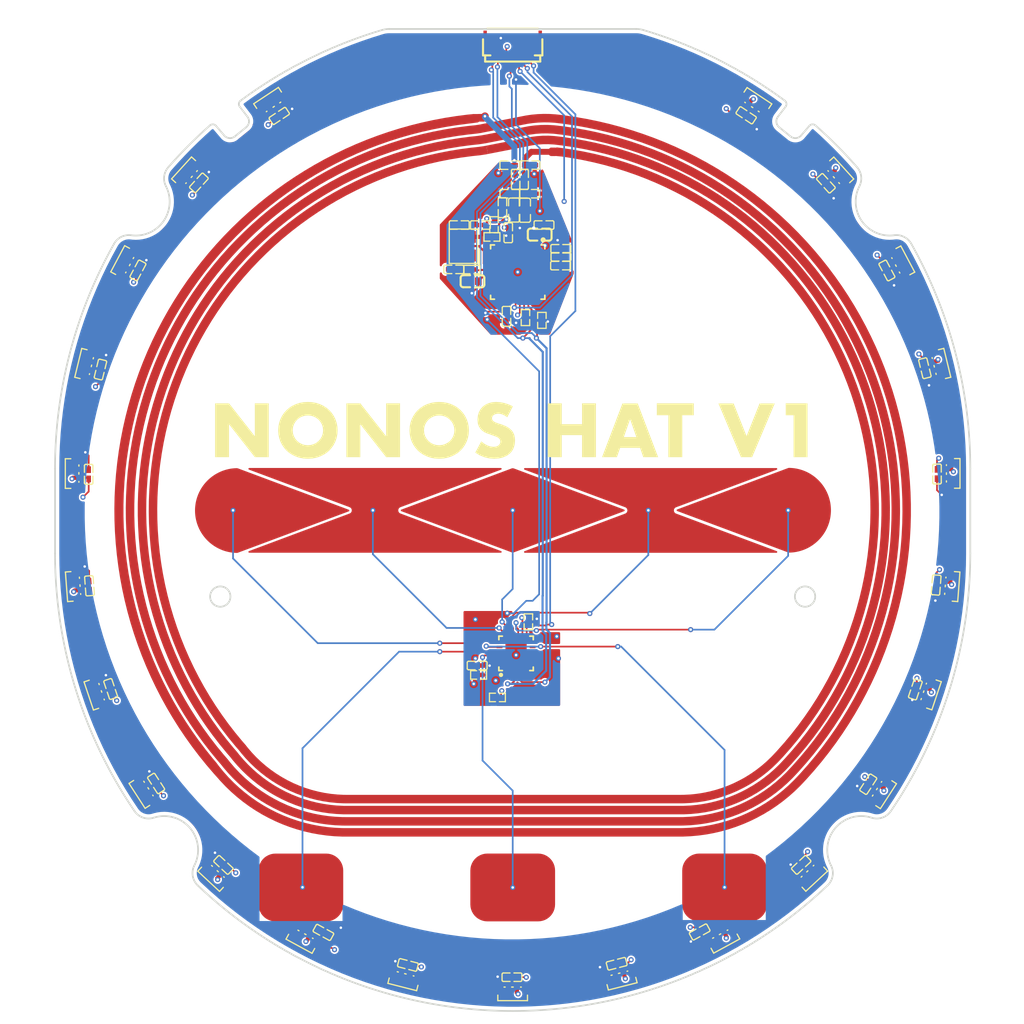
<source format=kicad_pcb>
(kicad_pcb (version 20241229) (generator "pcbnew") (generator_version "9.0")
  (layers (0 "F.Cu" signal) (4 "In1.Cu" signal) (6 "In2.Cu" signal) (2 "B.Cu" signal) (13 "F.Paste" user) (15 "B.Paste" user) (5 "F.SilkS" user "F.Silkscreen") (7 "B.SilkS" user "B.Silkscreen") (1 "F.Mask" user) (3 "B.Mask" user) (25 "Edge.Cuts" user))
  (net 0 "")
  (net 1 "SVDD")
  (net 2 "nfc.oscillator-net")
  (net 3 "P30_UART_RX")
  (net 4 "RX")
  (net 5 "gnd")
  (net 6 "LED3")
  (net 7 "AUX1")
  (net 8 "SCK_P72")
  (net 9 "P34_SIC_CLK")
  (net 10 "DOUT-8")
  (net 11 "DOUT-4")
  (net 12 "TX1")
  (net 13 "prev_button")
  (net 14 "nfc.nfc_ic.footprint.pins[14].net-net")
  (net 15 "TX2")
  (net 16 "DOUT-7")
  (net 17 "DIN-6")
  (net 18 "MISO_P71")
  (net 19 "DOUT-1")
  (net 20 "nfc.nfc_ic-net")
  (net 21 "DOUT-6")
  (net 22 "LOADMOD")
  (net 23 "OSCIN")
  (net 24 "RSTPD_N")
  (net 25 "DOUT-10")
  (net 26 "P32_INT0")
  (net 27 "tx_2_mid")
  (net 28 "P31_UART_TX")
  (net 29 "SIGIN")
  (net 30 "nfc-net")
  (net 31 "DIN-7")
  (net 32 "DIN-4")
  (net 33 "OSCOUT")
  (net 34 "SIGOUT")
  (net 35 "AUX2")
  (net 36 "tx_1_mid")
  (net 37 "DIN-1")
  (net 38 "DIN-9")
  (net 39 "P33_INT1")
  (net 40 "DIN-2")
  (net 41 "DOUT")
  (net 42 "leds[22]-DOUT")
  (net 43 "DIN-8")
  (net 44 "DOUT-2")
  (net 45 "DOUT-3")
  (net 46 "DIN-3")
  (net 47 "DOUT-5")
  (net 48 "DIN-5")
  (net 49 "DIN")
  (net 50 "DOUT-9")
  (net 51 "power_5v")
  (net 52 "DOUT-11")
  (net 53 "board_to_board_connector.board_to_board_connector-net-1")
  (net 54 "touch_irq")
  (net 55 "nfc_irq")
  (net 56 "reset")
  (net 57 "board_to_board_connector.board_to_board_connector-net")
  (net 58 "play_button")
  (net 59 "led_data")
  (net 60 "slider_4")
  (net 61 "next_button")
  (net 62 "LED5")
  (net 63 "WAKE_SPI_MOSI")
  (net 64 "antenna_n")
  (net 65 "RESET")
  (net 66 "slider_3")
  (net 67 "slider_1")
  (net 68 "slider_0")
  (net 69 "slider_2")
  (net 70 "LED1")
  (net 71 "LED7")
  (net 72 "LED8")
  (net 73 "LED4")
  (net 74 "antenna_p")
  (net 75 "LED6")
  (net 76 "LED2")
  (net 77 "SPI_CSh")
  (net 78 "i2c_scl")
  (net 79 "VMID")
  (net 80 "nfc.nfc_ic.footprint.pins[13].net-net")
  (net 81 "i2c_sda")
  (net 82 "power_3v3")
  (net 83 "ADDR_COMM")
  (net 84 "nfc.nfc_ic.footprint.pins[12].net-net")
  (footprint "atopile:LED-SMD_4P-L3.5-W1.6_SK6805SIDE-G-001-1abe24" (layer "F.Cu") (at 151.796747 147.566777)
    (property "Reference" "U4" (hide yes))
    (property "Value" "" (hide yes))
  )
  (footprint "atopile:C0402-b3ef17" (layer "F.Cu") (at 151.472253 53.766946 180)
    (property "Reference" "C41" (hide yes))
    (property "Value" "220pF ±10% 50V X7R" (hide yes))
  )
  (footprint "atopile:C0402-b3ef17" (layer "F.Cu") (at 147.606708 109.434445 180)
    (property "Reference" "C42" (hide yes))
    (property "Value" "100nF ±10% 16V X7R" (hide yes))
  )
  (footprint "atopile:R0402-56259e" (layer "F.Cu") (at 153.650732 104.277649 90)
    (property "Reference" "R9" (hide yes))
    (property "Value" "10kΩ ±1% 62.5mW" (hide yes))
  )
  (footprint "atopile:R0402-56259e" (layer "F.Cu") (at 146.99519 62.708525)
    (property "Reference" "R3" (hide yes))
    (property "Value" "5.1kΩ ±1% 62.5mW" (hide yes))
  )
  (footprint "atopile:C0402-b3ef17" (layer "F.Cu") (at 101.769915 86.871299 90)
    (property "Reference" "C26" (hide yes))
    (property "Value" "100nF ±10% 16V X7R" (hide yes))
  )
  (footprint "atopile:LED-SMD_4P-L3.5-W1.6_SK6805SIDE-G-001-1abe24" (layer "F.Cu") (at 100.423834 86.784128 -90)
    (property "Reference" "U11" (hide yes))
    (property "Value" "" (hide yes))
  )
  (footprint "atopile:R0402-56259e" (layer "F.Cu") (at 149.59519 57.420126 -90)
    (property "Reference" "R4" (hide yes))
    (property "Value" "1kΩ ±1% 62.5mW" (hide yes))
  )
  (footprint "atopile:QFN-40_L6.0-W6.0-P0.50-BL-EP4.1-54a13c" (layer "F.Cu") (at 152.39519 63.008525 180)
    (property "Reference" "U1" (hide yes))
    (property "Value" "" (hide yes))
  )
  (footprint "atopile:LED-SMD_4P-L3.5-W1.6_SK6805SIDE-G-001-1abe24" (layer "F.Cu") (at 201.713438 74.049364 103.675)
    (property "Reference" "U18" (hide yes))
    (property "Value" "" (hide yes))
  )
  (footprint "atopile:C0402-b3ef17" (layer "F.Cu") (at 147.99519 57.458525 180)
    (property "Reference" "C11" (hide yes))
    (property "Value" "100nF ±10% 16V X7R" (hide yes))
  )
  (footprint "atopile:LED-SMD_4P-L3.5-W1.6_SK6805SIDE-G-001-1abe24" (layer "F.Cu") (at 127.264364 141.318637 -28.571)
    (property "Reference" "U6" (hide yes))
    (property "Value" "" (hide yes))
  )
  (footprint "atopile:R0402-56259e" (layer "F.Cu") (at 147.777632 110.547217 180)
    (property "Reference" "R10" (hide yes))
    (property "Value" "10kΩ ±1% 62.5mW" (hide yes))
  )
  (footprint "atopile:C0402-b3ef17" (layer "F.Cu") (at 153.153589 52.075776 90)
    (property "Reference" "C14" (hide yes))
    (property "Value" "20pF ±5% 50V C0G" (hide yes))
  )
  (footprint "atopile:FPC-SMD_10P-P0.50_HDGC_0.5K-HX-10PWB-40cf1c" (layer "F.Cu") (at 151.8 36.170148 180)
    (property "Reference" "FPC1" (hide yes))
    (property "Value" "" (hide yes))
  )
  (footprint "atopile:LED-SMD_4P-L3.5-W1.6_SK6805SIDE-G-001-1abe24" (layer "F.Cu") (at 103.113148 112.580233 -71.427)
    (property "Reference" "U9" (hide yes))
    (property "Value" "" (hide yes))
  )
  (footprint "atopile:C0402-b3ef17" (layer "F.Cu") (at 157.49519 61.208525)
    (property "Reference" "C9" (hide yes))
    (property "Value" "100nF ±10% 16V X7R" (hide yes))
  )
  (footprint "atopile:C0603-bd72f6" (layer "F.Cu") (at 147.048244 64.086136 180)
    (property "Reference" "C4" (hide yes))
    (property "Value" "10µF ±10% 10V X5R" (hide yes))
  )
  (footprint "atopile:LED-SMD_4P-L3.5-W1.6_SK6805SIDE-G-001-1abe24" (layer "F.Cu") (at 197.173899 62.133818 117.959)
    (property "Reference" "U17" (hide yes))
    (property "Value" "" (hide yes))
  )
  (footprint "atopile:C0402-b3ef17" (layer "F.Cu") (at 199.310524 112.25463 -108.572)
    (property "Reference" "C37" (hide yes))
    (property "Value" "100nF ±10% 16V X7R" (hide yes))
  )
  (footprint "atopile:R0402-56259e" (layer "F.Cu") (at 155.24519 68.708525 -90)
    (property "Reference" "R7" (hide yes))
    (property "Value" "100kΩ ±1% 62.5mW" (hide yes))
  )
  (footprint "atopile:C0402-b3ef17" (layer "F.Cu") (at 157.45039 62.250465)
    (property "Reference" "C7" (hide yes))
    (property "Value" "100nF ±10% 16V X7R" (hide yes))
  )
  (footprint "atopile:LED-SMD_4P-L3.5-W1.6_SK6805SIDE-G-001-1abe24" (layer "F.Cu") (at 100.560976 100.039943 -85.712)
    (property "Reference" "U10" (hide yes))
    (property "Value" "" (hide yes))
  )
  (footprint "atopile:LED-SMD_4P-L3.5-W1.6_SK6805SIDE-G-001-1abe24" (layer "F.Cu") (at 189.822312 51.677177 132.245)
    (property "Reference" "U13" (hide yes))
    (property "Value" "" (hide yes))
  )
  (footprint "atopile:CRYSTAL-SMD_4P-L3.2-W2.5-BL-e199c8" (layer "F.Cu") (at 145.99519 59.958525 90)
    (property "Reference" "XTAL1" (hide yes))
    (property "Value" "" (hide yes))
  )
  (footprint "atopile:C0402-b3ef17" (layer "F.Cu") (at 201.869908 86.841009 -90)
    (property "Reference" "C27" (hide yes))
    (property "Value" "100nF ±10% 16V X7R" (hide yes))
  )
  (footprint "atopile:LED-SMD_4P-L3.5-W1.6_SK6805SIDE-G-001-1abe24" (layer "F.Cu") (at 186.713999 133.847278 42.857)
    (property "Reference" "U23" (hide yes))
    (property "Value" "" (hide yes))
  )
  (footprint "atopile:C0402-b3ef17" (layer "F.Cu") (at 109.725472 123.352477 122.859)
    (property "Reference" "C18" (hide yes))
    (property "Value" "100nF ±10% 16V X7R" (hide yes))
  )
  (footprint "atopile:C0402-b3ef17" (layer "F.Cu") (at 179.349484 44.51009 -33.469)
    (property "Reference" "C19" (hide yes))
    (property "Value" "100nF ±10% 16V X7R" (hide yes))
  )
  (footprint "atopile:C0402-b3ef17" (layer "F.Cu") (at 117.667299 132.963009 137.145)
    (property "Reference" "C24" (hide yes))
    (property "Value" "100nF ±10% 16V X7R" (hide yes))
  )
  (footprint "atopile:LED-SMD_4P-L3.5-W1.6_SK6805SIDE-G-001-1abe24" (layer "F.Cu") (at 101.908225 74.055016 -103.673)
    (property "Reference" "U12" (hide yes))
    (property "Value" "" (hide yes))
  )
  (footprint "atopile:C0402-b3ef17" (layer "F.Cu") (at 201.766133 99.934964 -94.286)
    (property "Reference" "C28" (hide yes))
    (property "Value" "100nF ±10% 16V X7R" (hide yes))
  )
  (footprint "atopile:R0402-56259e" (layer "F.Cu") (at 149.353544 58.862751 180)
    (property "Reference" "R5" (hide yes))
    (property "Value" "5.1kΩ ±1% 62.5mW" (hide yes))
  )
  (footprint "atopile:LED-SMD_4P-L3.5-W1.6_SK6805SIDE-G-001-1abe24" (layer "F.Cu") (at 200.482204 112.554372 71.428)
    (property "Reference" "U21" (hide yes))
    (property "Value" "" (hide yes))
  )
  (footprint "atopile:C0402-b3ef17" (layer "F.Cu") (at 193.757546 123.439765 -122.857)
    (property "Reference" "C35" (hide yes))
    (property "Value" "100nF ±10% 16V X7R" (hide yes))
  )
  (footprint "atopile:LED-SMD_4P-L3.5-W1.6_SK6805SIDE-G-001-1abe24" (layer "F.Cu") (at 113.768762 51.665966 -132.245)
    (property "Reference" "U15" (hide yes))
    (property "Value" "" (hide yes))
  )
  (footprint "atopile:LED-SMD_4P-L3.5-W1.6_SK6805SIDE-G-001-1abe24" (layer "F.Cu") (at 123.475643 43.362813 -146.529)
    (property "Reference" "U16" (hide yes))
    (property "Value" "" (hide yes))
  )
  (footprint "atopile:C0402-b3ef17" (layer "F.Cu") (at 151.069455 68.233989 -90)
    (property "Reference" "C6" (hide yes))
    (property "Value" "100nF ±10% 16V X7R" (hide yes))
  )
  (footprint "atopile:C0402-b3ef17" (layer "F.Cu") (at 152.152928 52.068414 90)
    (property "Reference" "C16" (hide yes))
    (property "Value" "20pF ±5% 50V C0G" (hide yes))
  )
  (footprint "atopile:C0402-b3ef17" (layer "F.Cu") (at 151.71701 146.211339 180)
    (property "Reference" "C32" (hide yes))
    (property "Value" "100nF ±10% 16V X7R" (hide yes))
  )
  (footprint "atopile:C0402-b3ef17" (layer "F.Cu") (at 195.955 62.825 -62.041)
    (property "Reference" "C21" (hide yes))
    (property "Value" "100nF ±10% 16V X7R" (hide yes))
  )
  (footprint "atopile:IND-SMD_L1.6-W0.8-1-cea827" (layer "F.Cu") (at 153.24783 55.710738 90)
    (property "Reference" "L1" (hide yes))
    (property "Value" "" (hide yes))
  )
  (footprint "atopile:C0402-b3ef17" (layer "F.Cu") (at 188.761159 52.532212 -47.755)
    (property "Reference" "C20" (hide yes))
    (property "Value" "100nF ±10% 16V X7R" (hide yes))
  )
  (footprint "atopile:LED-SMD_4P-L3.5-W1.6_SK6805SIDE-G-001-1abe24" (layer "F.Cu") (at 203.037021 100.038227 85.714)
    (property "Reference" "U20" (hide yes))
    (property "Value" "" (hide yes))
  )
  (footprint "atopile:C0402-b3ef17" (layer "F.Cu") (at 200.438131 74.353095 -76.325)
    (property "Reference" "C29" (hide yes))
    (property "Value" "100nF ±10% 16V X7R" (hide yes))
  )
  (footprint "atopile:C0402-b3ef17" (layer "F.Cu") (at 124.256651 44.583904 33.471)
    (property "Reference" "C39" (hide yes))
    (property "Value" "100nF ±10% 16V X7R" (hide yes))
  )
  (footprint "atopile:C0603-bd72f6" (layer "F.Cu") (at 154.997413 58.598239)
    (property "Reference" "C8" (hide yes))
    (property "Value" "10µF ±10% 10V X5R" (hide yes))
  )
  (footprint "atopile:C0402-b3ef17" (layer "F.Cu") (at 151.277957 58.368525 90)
    (property "Reference" "C3" (hide yes))
    (property "Value" "100nF ±10% 16V X7R" (hide yes))
  )
  (footprint "atopile:C0402-b3ef17" (layer "F.Cu") (at 104.363656 112.204233 108.573)
    (property "Reference" "C17" (hide yes))
    (property "Value" "100nF ±10% 16V X7R" (hide yes))
  )
  (footprint "atopile:C0402-b3ef17" (layer "F.Cu") (at 185.844448 132.956777 -137.143)
    (property "Reference" "C36" (hide yes))
    (property "Value" "100nF ±10% 16V X7R" (hide yes))
  )
  (footprint "atopile:LED-SMD_4P-L3.5-W1.6_SK6805SIDE-G-001-1abe24" (layer "F.Cu") (at 194.95352 124.086017 57.143)
    (property "Reference" "U22" (hide yes))
    (property "Value" "" (hide yes))
  )
  (footprint "atopile:LED-SMD_4P-L3.5-W1.6_SK6805SIDE-G-001-1abe24" (layer "F.Cu") (at 203.171714 86.763475 90)
    (property "Reference" "U19" (hide yes))
    (property "Value" "" (hide yes))
  )
  (footprint "atopile:C0402-b3ef17" (layer "F.Cu") (at 157.480882 60.261446)
    (property "Reference" "C10" (hide yes))
    (property "Value" "100nF ±10% 16V X7R" (hide yes))
  )
  (footprint "atopile:C0402-b3ef17" (layer "F.Cu") (at 114.775 52.475 47.755)
    (property "Reference" "C38" (hide yes))
    (property "Value" "100nF ±10% 16V X7R" (hide yes))
  )
  (footprint "atopile:C0402-b3ef17" (layer "F.Cu") (at 107.579449 62.81653 62.041)
    (property "Reference" "C33" (hide yes))
    (property "Value" "100nF ±10% 16V X7R" (hide yes))
  )
  (footprint "atopile:C0402-b3ef17" (layer "F.Cu") (at 129.465 140.925 151.429)
    (property "Reference" "C31" (hide yes))
    (property "Value" "100nF ±10% 16V X7R" (hide yes))
  )
  (footprint "atopile:LED-SMD_4P-L3.5-W1.6_SK6805SIDE-G-001-1abe24" (layer "F.Cu") (at 164.438068 145.924344 14.285)
    (property "Reference" "U3" (hide yes))
    (property "Value" "" (hide yes))
  )
  (footprint "atopile:C0402-b3ef17" (layer "F.Cu") (at 173.865 140.875 -151.429)
    (property "Reference" "C30" (hide yes))
    (property "Value" "100nF ±10% 16V X7R" (hide yes))
  )
  (footprint "atopile:C0402-b3ef17" (layer "F.Cu") (at 150.59519 55.408525 -90)
    (property "Reference" "C12" (hide yes))
    (property "Value" "100nF ±10% 16V X7R" (hide yes))
  )
  (footprint "atopile:C0402-b3ef17" (layer "F.Cu") (at 101.865 100.025 94.288)
    (property "Reference" "C25" (hide yes))
    (property "Value" "100nF ±10% 16V X7R" (hide yes))
  )
  (footprint "atopile:C0402-b3ef17" (layer "F.Cu") (at 151.467947 50.394032 180)
    (property "Reference" "C15" (hide yes))
    (property "Value" "100pF ±5% 50V C0G" (hide yes))
  )
  (footprint "atopile:LED-SMD_4P-L3.5-W1.6_SK6805SIDE-G-001-1abe24" (layer "F.Cu") (at 106.439765 62.103039 -117.959)
    (property "Reference" "U14" (hide yes))
    (property "Value" "" (hide yes))
  )
  (footprint "atopile:QFN-24_L4.0-W4.0-P0.50-BL-EP2.5-58dc27" (layer "F.Cu") (at 152.200001 107.999999)
    (property "Reference" "U25" (hide yes))
    (property "Value" "" (hide yes))
  )
  (footprint "atopile:R0402-56259e" (layer "F.Cu") (at 150.000001 113.199999 180)
    (property "Reference" "R6" (hide yes))
    (property "Value" "10kΩ ±1% 62.5mW" (hide yes))
  )
  (footprint "atopile:C0402-b3ef17" (layer "F.Cu") (at 153.777924 53.763319)
    (property "Reference" "C40" (hide yes))
    (property "Value" "220pF ±10% 50V X7R" (hide yes))
  )
  (footprint "atopile:LED-SMD_4P-L3.5-W1.6_SK6805SIDE-G-001-1abe24" (layer "F.Cu") (at 180.139512 43.377544 146.531)
    (property "Reference" "U2" (hide yes))
    (property "Value" "" (hide yes))
  )
  (footprint "atopile:IND-SMD_L1.6-W0.8-1-cea827" (layer "F.Cu") (at 151.986176 55.688042 90)
    (property "Reference" "L2" (hide yes))
    (property "Value" "" (hide yes))
  )
  (footprint "atopile:C0402-b3ef17" (layer "F.Cu") (at 153.843279 50.382299)
    (property "Reference" "C13" (hide yes))
    (property "Value" "100pF ±5% 50V C0G" (hide yes))
  )
  (footprint "atopile:LED-SMD_4P-L3.5-W1.6_SK6805SIDE-G-001-1abe24" (layer "F.Cu") (at 176.380592 141.295343 28.571)
    (property "Reference" "U24" (hide yes))
    (property "Value" "" (hide yes))
  )
  (footprint "atopile:C0402-b3ef17" (layer "F.Cu") (at 144.85519 62.688525 180)
    (property "Reference" "C1" (hide yes))
    (property "Value" "20pF ±5% 50V C0G" (hide yes))
  )
  (footprint "lcsc:hat-button-antenna" (layer "F.Cu") (at 151.803627 91.122758)
    (property "Reference" "P1" (hide yes))
    (property "Value" "" (hide yes))
  )
  (footprint "atopile:C0402-b3ef17" (layer "F.Cu") (at 164.072076 144.626594 -165.715)
    (property "Reference" "C22" (hide yes))
    (property "Value" "100nF ±10% 16V X7R" (hide yes))
  )
  (footprint "atopile:C0402-b3ef17" (layer "F.Cu") (at 155.49519 57.458525)
    (property "Reference" "C5" (hide yes))
    (property "Value" "100nF ±10% 16V X7R" (hide yes))
  )
  (footprint "atopile:LED-SMD_4P-L3.5-W1.6_SK6805SIDE-G-001-1abe24" (layer "F.Cu") (at 139.116422 146.00341 -14.286)
    (property "Reference" "U5" (hide yes))
    (property "Value" "" (hide yes))
  )
  (footprint "atopile:C0402-b3ef17" (layer "F.Cu") (at 139.438484 144.762825 165.714)
    (property "Reference" "C23" (hide yes))
    (property "Value" "100nF ±10% 16V X7R" (hide yes))
  )
  (footprint "atopile:LED-SMD_4P-L3.5-W1.6_SK6805SIDE-G-001-1abe24" (layer "F.Cu") (at 108.662515 124.051755 -57.141)
    (property "Reference" "U8" (hide yes))
    (property "Value" "" (hide yes))
  )
  (footprint "atopile:R0402-56259e" (layer "F.Cu") (at 153.307784 68.380983 -90)
    (property "Reference" "R8" (hide yes))
    (property "Value" "100kΩ ±1% 62.5mW" (hide yes))
  )
  (footprint "atopile:C0402-b3ef17" (layer "F.Cu") (at 103.157631 74.508419 76.327)
    (property "Reference" "C34" (hide yes))
    (property "Value" "100nF ±10% 16V X7R" (hide yes))
  )
  (footprint "atopile:C0402-b3ef17" (layer "F.Cu") (at 145.49519 57.458525)
    (property "Reference" "C2" (hide yes))
    (property "Value" "20pF ±5% 50V C0G" (hide yes))
  )
  (footprint "atopile:LED-SMD_4P-L3.5-W1.6_SK6805SIDE-G-001-1abe24" (layer "F.Cu") (at 116.888415 133.864067 -42.855)
    (property "Reference" "U7" (hide yes))
    (property "Value" "" (hide yes))
  )
  (gr_poly (pts (xy 157.590362 80.957745) (xy 159.981988 80.957745) (xy 159.981988 78.495778) (xy 161.6233 78.495778) (xy 161.6233 84.85) (xy 159.981988 84.85) (xy 159.981988 82.247348) (xy 157.590362 82.247348) (xy 157.590362 84.85) (xy 155.94905 84.85) (xy 155.94905 78.495778) (xy 157.590362 78.495778)) (fill yes) (layer "F.SilkS"))
  (gr_poly (pts (xy 143.629027 78.361174) (xy 144.097571 78.447545) (xy 144.535338 78.588834) (xy 144.951095 78.784684) (xy 145.320504 79.021768) (xy 145.647986 79.30068) (xy 145.935303 79.620552) (xy 146.17682 79.974702) (xy 146.37412 80.366434) (xy 146.517809 80.780546) (xy 146.604977 81.218432) (xy 146.634605 81.684612) (xy 146.604977 82.150793) (xy 146.517809 82.588678) (xy 146.37412 83.002791) (xy 146.176853 83.394304) (xy 145.935341 83.748462) (xy 145.647986 84.068545) (xy 145.320516 84.347487) (xy 144.951106 84.584695) (xy 144.535338 84.780757) (xy 144.097587 84.92184) (xy 143.629041 85.008091) (xy 143.124836 85.037578) (xy 142.61476 85.00792) (xy 142.144906 84.921509) (xy 141.709937 84.780757) (xy 141.29718 84.584743) (xy 140.930571 84.347553) (xy 140.605715 84.068545) (xy 140.321013 83.748736) (xy 140.080915 83.394581) (xy 139.883977 83.002791) (xy 139.740495 82.588695) (xy 139.653446 82.150807) (xy 139.623859 81.684612) (xy 141.335512 81.684612) (xy 141.372108 82.053793) (xy 141.479127 82.386566) (xy 141.648688 82.687616) (xy 141.867107 82.944539) (xy 142.1309 83.154188) (xy 142.436803 83.312369) (xy 142.770116 83.410186) (xy 143.125202 83.443161) (xy 143.480236 83.410178) (xy 143.813234 83.312369) (xy 144.119856 83.154378) (xy 144.38696 82.944539) (xy 144.6091 82.687263) (xy 144.779337 82.386566) (xy 144.886355 82.053793) (xy 144.922951 81.684612) (xy 144.886347 81.315483) (xy 144.779337 80.983025) (xy 144.60906 80.682087) (xy 144.38696 80.425052) (xy 144.119817 80.215005) (xy 143.813234 80.057222) (xy 143.48022 79.959135) (xy 143.125202 79.926064) (xy 142.770132 79.959128) (xy 142.436803 80.057222) (xy 142.130939 80.215195) (xy 141.867107 80.425052) (xy 141.648728 80.681733) (xy 141.479127 80.983025) (xy 141.372117 81.315483) (xy 141.335512 81.684612) (xy 139.623859 81.684612) (xy 139.653446 81.218418) (xy 139.740495 80.78053) (xy 139.883977 80.366434) (xy 140.080948 79.974423) (xy 140.32105 79.620278) (xy 140.605715 79.30068) (xy 140.930583 79.021703) (xy 141.297191 78.784636) (xy 141.709937 78.588834) (xy 142.144923 78.447877) (xy 142.614775 78.361345) (xy 143.124836 78.331646)) (fill yes) (layer "F.SilkS"))
  (gr_poly (pts (xy 150.322805 78.363582) (xy 150.83314 78.463171) (xy 151.335995 78.625227) (xy 151.819026 78.849319) (xy 151.157739 80.144417) (xy 150.880069 79.950411) (xy 150.614787 79.820551) (xy 150.34351 79.740543) (xy 150.08942 79.715038) (xy 149.788698 79.755237) (xy 149.563688 79.866346) (xy 149.449375 79.979342) (xy 149.383017 80.109068) (xy 149.360355 80.261653) (xy 149.386507 80.417277) (xy 149.461838 80.539357) (xy 149.57605 80.638729) (xy 149.728918 80.728401) (xy 150.10151 80.867254) (xy 150.512571 80.993283) (xy 151.03676 81.207887) (xy 151.424761 81.448657) (xy 151.702889 81.71209) (xy 151.863384 81.945607) (xy 151.980768 82.214334) (xy 152.054349 82.524705) (xy 152.080244 82.884822) (xy 152.037786 83.356464) (xy 151.915746 83.767759) (xy 151.788951 84.019546) (xy 151.629488 84.244366) (xy 151.435809 84.444801) (xy 151.090723 84.691053) (xy 150.660949 84.881873) (xy 150.183239 84.996843) (xy 149.620474 85.037578) (xy 149.030332 84.992732) (xy 148.465814 84.859346) (xy 147.920272 84.63603) (xy 147.388217 84.317306) (xy 148.09127 82.985205) (xy 148.471056 83.277059) (xy 148.825464 83.471371) (xy 149.191354 83.591984) (xy 149.543171 83.630739) (xy 149.80755 83.606913) (xy 150.003343 83.543034) (xy 150.146939 83.445725) (xy 150.259739 83.312623) (xy 150.323908 83.173935) (xy 150.345143 83.025139) (xy 150.331848 82.888527) (xy 150.294584 82.77711) (xy 150.229659 82.679051) (xy 150.126057 82.58367) (xy 149.996769 82.501824) (xy 149.818677 82.419539) (xy 149.359256 82.251378) (xy 148.731308 82.028628) (xy 148.438959 81.885638) (xy 148.183593 81.704762) (xy 147.968633 81.47895) (xy 147.79598 81.195882) (xy 147.688695 80.864188) (xy 147.648702 80.417725) (xy 147.688907 79.961792) (xy 147.804406 79.564096) (xy 147.993354 79.206584) (xy 148.242578 78.907937) (xy 148.551917 78.667546) (xy 148.933175 78.482955) (xy 149.357794 78.370881) (xy 149.84762 78.331646)) (fill yes) (layer "F.SilkS"))
  (gr_poly (pts (xy 128.136214 78.361174) (xy 128.604759 78.447545) (xy 129.042526 78.588834) (xy 129.458283 78.784684) (xy 129.827692 79.021768) (xy 130.155174 79.30068) (xy 130.442491 79.620552) (xy 130.684008 79.974702) (xy 130.881308 80.366434) (xy 131.024997 80.780546) (xy 131.112165 81.218432) (xy 131.141793 81.684612) (xy 131.112165 82.150793) (xy 131.024997 82.588678) (xy 130.881308 83.002791) (xy 130.684041 83.394304) (xy 130.442529 83.748462) (xy 130.155174 84.068545) (xy 129.827704 84.347487) (xy 129.458294 84.584695) (xy 129.042526 84.780757) (xy 128.604775 84.92184) (xy 128.136228 85.008091) (xy 127.632023 85.037578) (xy 127.121948 85.00792) (xy 126.652094 84.921509) (xy 126.217124 84.780757) (xy 125.804368 84.584743) (xy 125.437758 84.347553) (xy 125.112903 84.068545) (xy 124.828201 83.748736) (xy 124.588102 83.394581) (xy 124.391165 83.002791) (xy 124.247683 82.588695) (xy 124.160634 82.150807) (xy 124.131046 81.684612) (xy 125.8427 81.684612) (xy 125.879296 82.053793) (xy 125.986315 82.386566) (xy 126.155876 82.687616) (xy 126.374295 82.944539) (xy 126.638087 83.154188) (xy 126.943991 83.312369) (xy 127.277304 83.410186) (xy 127.63239 83.443161) (xy 127.987424 83.410178) (xy 128.320422 83.312369) (xy 128.627044 83.154378) (xy 128.894148 82.944539) (xy 129.116288 82.687263) (xy 129.286524 82.386566) (xy 129.393543 82.053793) (xy 129.430139 81.684612) (xy 129.393534 81.315483) (xy 129.286524 80.983025) (xy 129.116248 80.682087) (xy 128.894148 80.425052) (xy 128.627005 80.215005) (xy 128.320422 80.057222) (xy 127.987407 79.959135) (xy 127.63239 79.926064) (xy 127.27732 79.959128) (xy 126.943991 80.057222) (xy 126.638126 80.215195) (xy 126.374295 80.425052) (xy 126.155916 80.681733) (xy 125.986315 80.983025) (xy 125.879305 81.315483) (xy 125.8427 81.684612) (xy 124.131046 81.684612) (xy 124.160634 81.218418) (xy 124.247683 80.78053) (xy 124.391165 80.366434) (xy 124.588135 79.974423) (xy 124.828238 79.620278) (xy 125.112903 79.30068) (xy 125.437771 79.021703) (xy 125.804379 78.784636) (xy 126.217124 78.588834) (xy 126.652111 78.447877) (xy 127.121962 78.361345) (xy 127.632023 78.331646)) (fill yes) (layer "F.SilkS"))
  (gr_poly (pts (xy 179.39673 82.368614) (xy 180.933628 78.507501) (xy 182.722951 78.507501) (xy 180.051789 84.85) (xy 178.741304 84.85) (xy 176.078569 78.507501) (xy 177.867892 78.507501)) (fill yes) (layer "F.SilkS"))
  (gr_poly (pts (xy 168.963775 84.85) (xy 167.208157 84.85) (xy 166.830069 83.747976) (xy 164.478011 83.747976) (xy 164.099923 84.85) (xy 162.344305 84.85) (xy 163.244547 82.481821) (xy 164.914717 82.481821) (xy 166.393363 82.481821) (xy 165.65404 80.377424) (xy 164.914717 82.481821) (xy 163.244547 82.481821) (xy 164.755348 78.507501) (xy 166.552732 78.507501)) (fill yes) (layer "F.SilkS"))
  (gr_poly (pts (xy 136.868799 82.380704) (xy 136.868799 78.495778) (xy 138.510111 78.495778) (xy 138.510111 84.85) (xy 136.868799 84.85) (xy 133.820648 80.965073) (xy 133.820648 84.85) (xy 132.179337 84.85) (xy 132.179337 78.495778) (xy 133.820648 78.495778)) (fill yes) (layer "F.SilkS"))
  (gr_poly (pts (xy 171.811158 84.85) (xy 170.169846 84.85) (xy 170.169846 79.902616) (xy 168.809902 79.902616) (xy 168.809902 78.495778) (xy 173.171102 78.495778) (xy 173.171102 79.902616) (xy 171.811158 79.902616)) (fill yes) (layer "F.SilkS"))
  (gr_poly (pts (xy 186.588827 78.495778) (xy 186.588827 84.85) (xy 184.947515 84.85) (xy 184.947515 79.902616) (xy 184.021346 79.902616) (xy 184.021346 78.495778)) (fill yes) (layer "F.SilkS"))
  (gr_poly (pts (xy 121.375987 82.380704) (xy 121.375987 78.495778) (xy 123.017299 78.495778) (xy 123.017299 84.85) (xy 121.375987 84.85) (xy 118.327836 80.965073) (xy 118.327836 84.85) (xy 116.686524 84.85) (xy 116.686524 78.495778) (xy 118.327836 78.495778)) (fill yes) (layer "F.SilkS"))
  (gr_arc (start 166.3688 34.325148) (mid 166.801809 34.356568) (end 167.22575 34.450157) (stroke (width 0.2)) (layer "Edge.Cuts"))
  (gr_line (start 137.2313 34.325158) (end 137.2313 34.325148) (stroke (width 0.2)) (layer "Edge.Cuts"))
  (gr_arc (start 97.8 86.2) (mid 99.57182 72.480773) (end 104.771007 59.661842) (stroke (width 0.2)) (layer "Edge.Cuts"))
  (gr_arc (start 205.8 96.200001) (mid 203.40134 112.115455) (end 196.418456 126.616992) (stroke (width 0.2)) (layer "Edge.Cuts"))
  (gr_line (start 183.099254 44.67571) (end 184.008148 43.488995) (stroke (width 0.2)) (layer "Edge.Cuts"))
  (gr_line (start 119.591778 43.488899) (end 120.50071 44.675663) (stroke (width 0.2)) (layer "Edge.Cuts"))
  (gr_arc (start 189.360787 133.021922) (mid 189.875713 128.607407) (end 194.151204 127.393625) (stroke (width 0.2)) (layer "Edge.Cuts"))
  (gr_arc (start 114.643539 135.384147) (mid 114.048373 134.270302) (end 114.239213 133.021922) (stroke (width 0.2)) (layer "Edge.Cuts"))
  (gr_arc (start 120.50071 44.675663) (mid 120.679136 45.33541) (end 120.34264 45.930289) (stroke (width 0.2)) (layer "Edge.Cuts"))
  (gr_arc (start 185.838387 46.889679) (mid 185.231 47.202449) (end 184.578963 46.998525) (stroke (width 0.2)) (layer "Edge.Cuts"))
  (gr_circle (center 117.3 101.3) (end 117.3 100.1) (stroke (width 0.2)) (fill no) (layer "Edge.Cuts"))
  (gr_line (start 205.8 96.200001) (end 205.8 86.2) (stroke (width 0.2)) (layer "Edge.Cuts"))
  (gr_arc (start 111.15821 50.643778) (mid 113.539527 48.093094) (end 116.080613 45.701539) (stroke (width 0.2)) (layer "Edge.Cuts"))
  (gr_arc (start 110.884071 52.873783) (mid 110.678423 51.716653) (end 111.15821 50.643778) (stroke (width 0.2)) (layer "Edge.Cuts"))
  (gr_arc (start 196.418456 126.616992) (mid 195.414038 127.382511) (end 194.151204 127.393625) (stroke (width 0.2)) (layer "Edge.Cuts"))
  (gr_arc (start 119.691472 42.782925) (mid 127.67044 37.89095) (end 136.37425 34.450157) (stroke (width 0.2)) (layer "Edge.Cuts"))
  (gr_arc (start 183.236456 45.913393) (mid 182.919257 45.322121) (end 183.099254 44.67571) (stroke (width 0.2)) (layer "Edge.Cuts"))
  (gr_line (start 97.8 86.2) (end 97.8 96.199998) (stroke (width 0.2)) (layer "Edge.Cuts"))
  (gr_arc (start 104.771007 59.661842) (mid 105.623832 58.853167) (end 106.783644 58.663158) (stroke (width 0.2)) (layer "Edge.Cuts"))
  (gr_arc (start 183.908528 42.782925) (mid 184.106288 43.115074) (end 184.008089 43.48895) (stroke (width 0.2)) (layer "Edge.Cuts"))
  (gr_line (start 184.578963 46.998525) (end 183.236456 45.913393) (stroke (width 0.2)) (layer "Edge.Cuts"))
  (gr_line (start 117.757139 46.884432) (end 116.791861 45.752164) (stroke (width 0.2)) (layer "Edge.Cuts"))
  (gr_arc (start 136.37425 34.450157) (mid 136.798241 34.356573) (end 137.2313 34.325158) (stroke (width 0.2)) (layer "Edge.Cuts"))
  (gr_line (start 186.808195 45.752098) (end 185.838387 46.889679) (stroke (width 0.2)) (layer "Edge.Cuts"))
  (gr_arc (start 188.956461 135.384147) (mid 151.8 150.2) (end 114.643539 135.384147) (stroke (width 0.2)) (layer "Edge.Cuts"))
  (gr_arc (start 189.360787 133.021922) (mid 189.551627 134.270302) (end 188.956461 135.384147) (stroke (width 0.2)) (layer "Edge.Cuts"))
  (gr_arc (start 196.816356 58.663158) (mid 193.010501 57.01193) (end 192.715929 52.873783) (stroke (width 0.2)) (layer "Edge.Cuts"))
  (gr_circle (center 186.3 101.3) (end 186.3 100.1) (stroke (width 0.2)) (fill no) (layer "Edge.Cuts"))
  (gr_arc (start 109.448796 127.393625) (mid 108.185962 127.382511) (end 107.181544 126.616992) (stroke (width 0.2)) (layer "Edge.Cuts"))
  (gr_line (start 184.008089 43.48895) (end 184.008148 43.488995) (stroke (width 0.2)) (layer "Edge.Cuts"))
  (gr_arc (start 107.181544 126.616992) (mid 100.19866 112.115453) (end 97.8 96.199998) (stroke (width 0.2)) (layer "Edge.Cuts"))
  (gr_line (start 166.3688 34.325148) (end 137.2313 34.325148) (stroke (width 0.2)) (layer "Edge.Cuts"))
  (gr_arc (start 196.816356 58.663158) (mid 197.976169 58.853165) (end 198.828993 59.661842) (stroke (width 0.2)) (layer "Edge.Cuts"))
  (gr_arc (start 167.22575 34.450157) (mid 175.92956 37.89095) (end 183.908528 42.782925) (stroke (width 0.2)) (layer "Edge.Cuts"))
  (gr_arc (start 192.44179 50.643778) (mid 192.9216 51.71665) (end 192.715929 52.873783) (stroke (width 0.2)) (layer "Edge.Cuts"))
  (gr_line (start 116.791814 45.752204) (end 116.791861 45.752164) (stroke (width 0.2)) (layer "Edge.Cuts"))
  (gr_arc (start 116.080613 45.701539) (mid 116.44683 45.577814) (end 116.791814 45.752204) (stroke (width 0.2)) (layer "Edge.Cuts"))
  (gr_arc (start 109.448796 127.393625) (mid 113.724287 128.607407) (end 114.239213 133.021922) (stroke (width 0.2)) (layer "Edge.Cuts"))
  (gr_arc (start 119.000532 47.0151) (mid 118.352441 47.200904) (end 117.757139 46.884432) (stroke (width 0.2)) (layer "Edge.Cuts"))
  (gr_arc (start 186.808195 45.752098) (mid 187.153183 45.577777) (end 187.519387 45.701539) (stroke (width 0.2)) (layer "Edge.Cuts"))
  (gr_arc (start 198.828993 59.661842) (mid 204.028179 72.480773) (end 205.8 86.2) (stroke (width 0.2)) (layer "Edge.Cuts"))
  (gr_line (start 120.34264 45.930289) (end 119.000532 47.0151) (stroke (width 0.2)) (layer "Edge.Cuts"))
  (gr_arc (start 110.884071 52.873783) (mid 110.589488 57.011926) (end 106.783644 58.663158) (stroke (width 0.2)) (layer "Edge.Cuts"))
  (gr_arc (start 119.591778 43.488899) (mid 119.493647 43.115008) (end 119.691472 42.782925) (stroke (width 0.2)) (layer "Edge.Cuts"))
  (gr_arc (start 187.519387 45.701539) (mid 190.060473 48.093095) (end 192.44179 50.643778) (stroke (width 0.2)) (layer "Edge.Cuts"))
  (segment (start 156.90039 62.250465) (end 155.40325 62.250465) (width 0.25) (layer "F.Cu") (net 1))
  (segment (start 155.40325 62.250465) (end 155.39519 62.258525) (width 0.25) (layer "F.Cu") (net 1))
  (segment (start 146.56519 61.338525) (end 146.84519 61.058525) (width 0.2) (layer "F.Cu") (net 2))
  (segment (start 146.56519 62.708525) (end 146.56519 61.338525) (width 0.2) (layer "F.Cu") (net 2))
  (segment (start 145.40519 62.688525) (end 146.54519 62.688525) (width 0.2) (layer "F.Cu") (net 2))
  (segment (start 147.060937 61.524272) (end 146.64519 61.108525) (width 0.25) (layer "F.Cu") (net 2))
  (segment (start 146.54519 62.688525) (end 146.56519 62.708525) (width 0.2) (layer "F.Cu") (net 2))
  (segment (start 148.603544 60.008525) (end 148.603544 58.862751) (width 0.25) (layer "F.Cu") (net 4))
  (segment (start 148.603544 58.862751) (end 149.251508 58.214787) (width 0.25) (layer "F.Cu") (net 4))
  (segment (start 149.251508 58.214787) (end 149.251508 58.193808) (width 0.25) (layer "F.Cu") (net 4))
  (segment (start 150.14519 60.008525) (end 148.603544 60.008525) (width 0.25) (layer "F.Cu") (net 4))
  (segment (start 149.251508 58.193808) (end 149.59519 57.850126) (width 0.25) (layer "F.Cu") (net 4))
  (segment (start 103.28764 73.33736) (end 103.825 72.8) (width 0.2) (layer "F.Cu") (net 5))
  (segment (start 201.725029 101.724971) (end 201.675 101.775) (width 0.2) (layer "F.Cu") (net 5))
  (segment (start 117.264106 132.114106) (end 116.675 131.525) (width 0.2) (layer "F.Cu") (net 5))
  (segment (start 175.733723 141.574349) (end 175.240557 141.081183) (width 0.2) (layer "F.Cu") (net 5))
  (segment (start 109.427057 122.427057) (end 108.925 121.925) (width 0.2) (layer "F.Cu") (net 5))
  (segment (start 189.130925 52.939364) (end 189.130925 53.755925) (width 0.2) (layer "F.Cu") (net 5))
  (segment (start 107.837311 62.330724) (end 107.844276 62.330724) (width 0.2) (layer "F.Cu") (net 5))
  (segment (start 179.808285 45.358285) (end 180.6 46.15) (width 0.2) (layer "F.Cu") (net 5))
  (segment (start 201.889944 74.521005) (end 201.452965 74.521005) (width 0.2) (layer "F.Cu") (net 5))
  (segment (start 146.64519 58.908525) (end 146.64519 58.157192) (width 0.25) (layer "F.Cu") (net 5))
  (segment (start 146.64519 58.157192) (end 145.800098 57.3121) (width 0.25) (layer "F.Cu") (net 5))
  (segment (start 107.844276 62.330724) (end 108.575 61.6) (width 0.2) (layer "F.Cu") (net 5))
  (segment (start 106.951893 61.963972) (end 106.621188 61.633267) (width 0.2) (layer "F.Cu") (net 5))
  (segment (start 144.30519 62.688525) (end 144.30519 61.898525) (width 0.2) (layer "F.Cu") (net 5))
  (segment (start 162.362696 144.762304) (end 162.1 145.025) (width 0.2) (layer "F.Cu") (net 5))
  (segment (start 180.111465 44.081466) (end 180.589694 43.603237) (width 0.2) (layer "F.Cu") (net 5))
  (segment (start 173.6 141.6) (end 173.597706 141.522769) (width 0.2) (layer "F.Cu") (net 5))
  (segment (start 149.39519 64.258525) (end 151.14519 64.258525) (width 0.2) (layer "F.Cu") (net 5))
  (segment (start 196.633409 62.89026) (end 196.212862 63.310806) (width 0.2) (layer "F.Cu") (net 5))
  (segment (start 150.14519 60.758525) (end 152.39519 63.008525) (width 0.25) (layer "F.Cu") (net 5))
  (segment (start 150.086339 146.211339) (end 150.025 146.15) (width 0.2) (layer "F.Cu") (net 5))
  (segment (start 151.64519 60.008525) (end 151.64519 62.258525) (width 0.25) (layer "F.Cu") (net 5))
  (segment (start 101.769915 86.321299) (end 100.453572 86.321299) (width 0.2) (layer "F.Cu") (net 5))
  (segment (start 153.64519 61.758525) (end 152.39519 63.008525) (width 0.25) (layer "F.Cu") (net 5))
  (segment (start 152.21 108.19) (end 152.2 108.2) (width 0.2) (layer "F.Cu") (net 5))
  (segment (start 173.478203 141.234263) (end 173.381976 141.138036) (width 0.2) (layer "F.Cu") (net 5))
  (segment (start 151.035482 57.818525) (end 151.277957 57.818525) (width 0.2) (layer "F.Cu") (net 5))
  (segment (start 185.441269 133.330871) (end 185.005871 133.330871) (width 0.2) (layer "F.Cu") (net 5))
  (segment (start 155.697413 58.598239) (end 155.697413 57.806302) (width 0.2) (layer "F.Cu") (net 5))
  (segment (start 144.30519 61.898525) (end 145.14519 61.058525) (width 0.2) (layer "F.Cu") (net 5))
  (segment (start 150.939017 57.870891) (end 150.983116 57.870891) (width 0.2) (layer "F.Cu") (net 5))
  (segment (start 196.212862 63.310806) (end 196.212862 63.987862) (width 0.2) (layer "F.Cu") (net 5))
  (segment (start 115.144766 52.005234) (end 115.95 51.2) (width 0.2) (layer "F.Cu") (net 5))
  (segment (start 151.64519 62.258525) (end 152.39519 63.008525) (width 0.25) (layer "F.Cu") (net 5))
  (segment (start 200.379831 113.047444) (end 199.790703 113.047444) (width 0.2) (layer "F.Cu") (net 5))
  (segment (start 125.244429 44.280571) (end 125.775 43.75) (width 0.2) (layer "F.Cu") (net 5))
  (segment (start 201.725029 100.483426) (end 201.725029 101.724971) (width 0.2) (layer "F.Cu") (net 5))
  (segment (start 102.897017 112.125384) (end 103.120171 112.125384) (width 0.2) (layer "F.Cu") (net 5))
  (segment (start 194.546062 124.351995) (end 194.73265 124.538583) (width 0.2) (layer "F.Cu") (net 5))
  (segment (start 174.764213 141.081183) (end 174.701717 141.143679) (width 0.2) (layer "F.Cu") (net 5))
  (segment (start 154.64519 60.008525) (end 154.64519 60.758525) (width 0.2) (layer "F.Cu") (net 5))
  (segment (start 179.808285 44.813407) (end 179.808285 45.358285) (width 0.2) (layer "F.Cu") (net 5))
  (segment (start 138.905492 144.627106) (end 138.905492 145.241881) (width 0.2) (layer "F.Cu") (net 5))
  (segment (start 175.847274 141.585267) (end 175.764356 141.582558) (width 0.2) (layer "F.Cu") (net 5))
  (segment (start 175.764356 141.582558) (end 175.733723 141.574349) (width 0.2) (layer "F.Cu") (net 5))
  (segment (start 154.393279 50.382299) (end 154.393279 51.376721) (width 0.2) (layer "F.Cu") (net 5))
  (segment (start 200.568159 74.887504) (end 200.568159 76.018159) (width 0.2) (layer "F.Cu") (net 5))
  (segment (start 201.869908 88.744908) (end 202.425 89.3) (width 0.2) (layer "F.Cu") (net 5))
  (segment (start 175.240557 141.081183) (end 174.764213 141.081183) (width 0.2) (layer "F.Cu") (net 5))
  (segment (start 144.699104 61.354611) (end 144.94519 61.108525) (width 0.25) (layer "F.Cu") (net 5))
  (segment (start 101.769915 84.669915) (end 101.375 84.275) (width 0.2) (layer "F.Cu") (net 5))
  (segment (start 196.212862 63.987862) (end 196.8 64.575) (width 0.2) (layer "F.Cu") (net 5))
  (segment (start 101.823877 99.47654) (end 100.631037 99.47654) (width 0.2) (layer "F.Cu") (net 5))
  (segment (start 163.539082 144.762304) (end 162.362696 144.762304) (width 0.2) (layer "F.Cu") (net 5))
  (segment (start 117.264106 132.588929) (end 117.264106 132.114106) (width 0.2) (layer "F.Cu") (net 5))
  (segment (start 175.970174 141.58716) (end 175.912255 141.585267) (width 0.2) (layer "F.Cu") (net 5))
  (segment (start 115.144766 52.067848) (end 115.144766 52.005234) (width 0.2) (layer "F.Cu") (net 5))
  (segment (start 200.568159 76.018159) (end 200.925 76.375) (width 0.2) (layer "F.Cu") (net 5))
  (segment (start 117.125505 132.923543) (end 116.481068 133.567979) (width 0.2) (layer "F.Cu") (net 5))
  (segment (start 199.135351 112.775988) (end 199.135351 113.314649) (width 0.2) (layer "F.Cu") (net 5))
  (segment (start 151.14519 64.258525) (end 152.39519 63.008525) (width 0.2) (layer "F.Cu") (net 5))
  (segment (start 185.005871 133.330871) (end 184.6 132.925) (width 0.2) (layer "F.Cu") (net 5))
  (segment (start 201.725029 100.483426) (end 202.919735 100.483426) (width 0.2) (layer "F.Cu") (net 5))
  (segment (start 129.26894 140.375) (end 131.525 140.375) (width 0.2) (layer "F.Cu") (net 5))
  (segment (start 154.64519 60.758525) (end 152.39519 63.008525) (width 0.2) (layer "F.Cu") (net 5))
  (segment (start 101.823877 98.273877) (end 101.3 97.75) (width 0.2) (layer "F.Cu") (net 5))
  (segment (start 124.441256 43.618626) (end 123.859634 43.037005) (width 0.2) (layer "F.Cu") (net 5))
  (segment (start 152.05 40.148473) (end 152.05 37.420148) (width 0.2) (layer "F.Cu") (net 5))
  (segment (start 150.917947 50.512053) (end 150.11 51.32) (width 0.2) (layer "F.Cu") (net 5))
  (segment (start 103.28764 73.974006) (end 102.979677 73.974006) (width 0.2) (layer "F.Cu") (net 5))
  (segment (start 155.697413 57.806302) (end 156.04519 57.458525) (width 0.2) (layer "F.Cu") (net 5))
  (segment (start 185.520712 133.363778) (end 186.388282 134.231347) (width 0.2) (layer "F.Cu") (net 5))
  (segment (start 201.869908 87.391009) (end 201.869908 88.744908) (width 0.2) (layer "F.Cu") (net 5))
  (segment (start 152.193151 40.291624) (end 152.3 40.184775) (width 0.2) (layer "F.Cu") (net 5))
  (segment (start 104.188474 111.682878) (end 104.188474 110.963474) (width 0.2) (layer "F.Cu") (net 5))
  (segment (start 138.252106 144.627106) (end 137.95 144.325) (width 0.2) (layer "F.Cu") (net 5))
  (segment (start 155.501475 60.008525) (end 155.63 59.88) (width 0.2) (layer "F.Cu") (net 5))
  (segment (start 151.296747 147.626777) (end 151.296747 146.524551) (width 0.2) (layer "F.Cu") (net 5))
  (segment (start 128.981976 140.661964) (end 129.26894 140.375) (width 0.2) (layer "F.Cu") (net 5))
  (segment (start 152.3 40.184775) (end 152.086302 40.184775) (width 0.2) (layer "F.Cu") (net 5))
  (segment (start 152.21 108) (end 152.21 108.19) (width 0.2) (layer "F.Cu") (net 5))
  (segment (start 173.381976 141.138036) (end 173.381976 141.443024) (width 0.2) (layer "F.Cu") (net 5))
  (segment (start 154.393279 51.376721) (end 154.34 51.43) (width 0.2) (layer "F.Cu") (net 5))
  (segment (start 104.188474 110.963474) (end 103.8 110.575) (width 0.2) (layer "F.Cu") (net 5))
  (segment (start 128.981976 140.661964) (end 127.931824 140.661964) (width 0.2) (layer "F.Cu") (net 5))
  (segment (start 153.64519 60.008525) (end 153.64519 61.758525) (width 0.25) (layer "F.Cu") (net 5))
  (segment (start 150.917947 50.394032) (end 150.917947 50.512053) (width 0.2) (layer "F.Cu") (net 5))
  (segment (start 150.983116 57.870891) (end 151.035482 57.818525) (width 0.2) (layer "F.Cu") (net 5))
  (segment (start 152.086302 40.184775) (end 152.05 40.148473) (width 0.2) (layer "F.Cu") (net 5))
  (segment (start 163.539082 144.762304) (end 163.539082 145.069558) (width 0.2) (layer "F.Cu") (net 5))
  (segment (start 154.64519 60.008525) (end 155.501475 60.008525) (width 0.2) (layer "F.Cu") (net 5))
  (segment (start 101.769915 86.321299) (end 101.769915 84.669915) (width 0.2) (layer "F.Cu") (net 5))
  (segment (start 144.815318 61.238397) (end 144.94519 61.108525) (width 0.25) (layer "F.Cu") (net 5))
  (segment (start 101.823877 99.47654) (end 101.823877 98.273877) (width 0.2) (layer "F.Cu") (net 5))
  (segment (start 189.369183 52.840675) (end 190.202879 52.006978) (width 0.2) (layer "F.Cu") (net 5))
  (segment (start 114.680585 51.875578) (end 114.060496 51.255489) (width 0.2) (layer "F.Cu") (net 5))
  (segment (start 138.905492 144.627106) (end 138.252106 144.627106) (width 0.2) (layer "F.Cu") (net 5))
  (segment (start 151.64519 63.758525) (end 152.39519 63.008525) (width 0.25) (layer "F.Cu") (net 5))
  (segment (start 203.231714 87.263475) (end 202.177802 87.263475) (width 0.2) (layer "F.Cu") (net 5))
  (segment (start 108.874119 123.443409) (end 109.427057 122.890472) (width 0.2) (layer "F.Cu") (net 5))
  (segment (start 150.81619 57.748064) (end 150.939017 57.870891) (width 0.2) (layer "F.Cu") (net 5))
  (segment (start 199.135351 113.314649) (end 198.95 113.5) (width 0.2) (layer "F.Cu") (net 5))
  (segment (start 124.715442 44.280571) (end 125.244429 44.280571) (width 0.2) (layer "F.Cu") (net 5))
  (segment (start 109.427057 122.890472) (end 109.427057 122.427057) (width 0.2) (layer "F.Cu") (net 5))
  (segment (start 175.912255 141.585267) (end 175.847274 141.585267) (width 0.2) (layer "F.Cu") (net 5))
  (segment (start 189.130925 53.755925) (end 189.675 54.3) (width 0.2) (layer "F.Cu") (net 5))
  (segment (start 150.55 35.55) (end 150.4 35.4) (width 0.2) (layer "F.Cu") (net 5))
  (segment (start 149.39519 63.758525) (end 151.64519 63.758525) (width 0.25) (layer "F.Cu") (net 5))
  (segment (start 173.381976 141.443024) (end 172.825 142) (width 0.2) (layer "F.Cu") (net 5))
  (segment (start 103.28764 73.974006) (end 103.28764 73.33736) (width 0.2) (layer "F.Cu") (net 5))
  (segment (start 192.70178 123.90178) (end 192.45 123.65) (width 0.2) (layer "F.Cu") (net 5))
  (segment (start 150.55 37.220148) (end 150.55 35.55) (width 0.2) (layer "F.Cu") (net 5))
  (segment (start 149.39519 60.758525) (end 150.14519 60.758525) (width 0.25) (layer "F.Cu") (net 5))
  (segment (start 151.16701 146.211339) (end 150.086339 146.211339) (width 0.2) (layer "F.Cu") (net 5))
  (segment (start 193.459147 123.90178) (end 192.70178 123.90178) (width 0.2) (layer "F.Cu") (net 5))
  (via (at 125.775 43.75) (size 0.6) (drill 0.3) (layers "F.Cu" "B.Cu") (net 5))
  (via (at 108.575 61.6) (size 0.6) (drill 0.3) (layers "F.Cu" "B.Cu") (net 5))
  (via (at 101.3 97.75) (size 0.6) (drill 0.3) (layers "F.Cu" "B.Cu") (net 5))
  (via (at 150.11 51.32) (size 0.6) (drill 0.3) (layers "F.Cu" "B.Cu") (net 5))
  (via (at 152.39519 63.008525) (size 0.6) (drill 0.3) (layers "F.Cu" "B.Cu") (net 5))
  (via (at 131.525 140.375) (size 0.6) (drill 0.3) (layers "F.Cu" "B.Cu") (net 5))
  (via (at 147.4 108.6) (size 0.6) (drill 0.3) (layers "F.Cu" "B.Cu") (net 5))
  (via (at 115.95 51.2) (size 0.6) (drill 0.3) (layers "F.Cu" "B.Cu") (net 5))
  (via (at 101.375 84.275) (size 0.6) (drill 0.3) (layers "F.Cu" "B.Cu") (net 5))
  (via (at 150.81619 57.748064) (size 0.6) (drill 0.3) (layers "F.Cu" "B.Cu") (net 5))
  (via (at 150.025 146.15) (size 0.6) (drill 0.3) (layers "F.Cu" "B.Cu") (net 5))
  (via (at 147.2 111.6) (size 0.6) (drill 0.3) (layers "F.Cu" "B.Cu") (net 5))
  (via (at 157.2 108.6) (size 0.6) (drill 0.3) (layers "F.Cu" "B.Cu") (net 5))
  (via (at 149.8 111.2) (size 0.6) (drill 0.3) (layers "F.Cu" "B.Cu") (net 5))
  (via (at 152.193151 40.291624) (size 0.6) (drill 0.3) (layers "F.Cu" "B.Cu") (net 5))
  (via (at 103.8 110.575) (size 0.6) (drill 0.3) (layers "F.Cu" "B.Cu") (net 5))
  (via (at 172.825 142) (size 0.6) (drill 0.3) (layers "F.Cu" "B.Cu") (net 5))
  (via (at 184.6 132.925) (size 0.6) (drill 0.3) (layers "F.Cu" "B.Cu") (net 5))
  (via (at 180.6 46.15) (size 0.6) (drill 0.3) (layers "F.Cu" "B.Cu") (net 5))
  (via (at 155.63 59.88) (size 0.6) (drill 0.3) (layers "F.Cu" "B.Cu") (net 5))
  (via (at 150.4 35.4) (size 0.6) (drill 0.3) (layers "F.Cu" "B.Cu") (net 5))
  (via (at 200.925 76.375) (size 0.6) (drill 0.3) (layers "F.Cu" "B.Cu") (net 5))
  (via (at 108.925 121.925) (size 0.6) (drill 0.3) (layers "F.Cu" "B.Cu") (net 5))
  (via (at 155 55.8) (size 0.6) (drill 0.3) (layers "F.Cu" "B.Cu") (net 5))
  (via (at 202.425 89.3) (size 0.6) (drill 0.3) (layers "F.Cu" "B.Cu") (net 5))
  (via (at 192.45 123.65) (size 0.6) (drill 0.3) (layers "F.Cu" "B.Cu") (net 5))
  (via (at 147.4 104) (size 0.6) (drill 0.3) (layers "F.Cu" "B.Cu") (net 5))
  (via (at 152.2 108.2) (size 0.6) (drill 0.3) (layers "F.Cu" "B.Cu") (net 5))
  (via (at 162.1 145.025) (size 0.6) (drill 0.3) (layers "F.Cu" "B.Cu") (net 5))
  (via (at 157 106) (size 0.6) (drill 0.3) (layers "F.Cu" "B.Cu") (net 5))
  (via (at 198.95 113.5) (size 0.6) (drill 0.3) (layers "F.Cu" "B.Cu") (net 5))
  (via (at 154.34 51.43) (size 0.6) (drill 0.3) (layers "F.Cu" "B.Cu") (net 5))
  (via (at 151.157772 103.259568) (size 0.6) (drill 0.3) (layers "F.Cu" "B.Cu") (net 5))
  (via (at 137.95 144.325) (size 0.6) (drill 0.3) (layers "F.Cu" "B.Cu") (net 5))
  (via (at 189.675 54.3) (size 0.6) (drill 0.3) (layers "F.Cu" "B.Cu") (net 5))
  (via (at 201.675 101.775) (size 0.6) (drill 0.3) (layers "F.Cu" "B.Cu") (net 5))
  (via (at 116.675 131.525) (size 0.6) (drill 0.3) (layers "F.Cu" "B.Cu") (net 5))
  (via (at 148.8 68.6) (size 0.6) (drill 0.3) (layers "F.Cu" "B.Cu") (net 5))
  (via (at 103.825 72.8) (size 0.6) (drill 0.3) (layers "F.Cu" "B.Cu") (net 5))
  (via (at 196.8 64.575) (size 0.6) (drill 0.3) (layers "F.Cu" "B.Cu") (net 5))
  (arc (start 201.452965 74.521005) (mid 200.974112 74.616255) (end 200.568159 74.887504) (width 0.2) (layer "F.Cu") (net 5))
  (arc (start 173.597706 141.522769) (mid 173.566648 141.366631) (end 173.478203 141.234263) (width 0.2) (layer "F.Cu") (net 5))
  (arc (start 138.905492 145.241881) (mid 138.830535 145.618712) (end 138.617078 145.938173) (width 0.2) (layer "F.Cu") (net 5))
  (arc (start 174.701717 141.143679) (mid 174.196273 141.481406) (end 173.6 141.6) (width 0.2) (layer "F.Cu") (net 5))
  (arc (start 115.144766 52.067848) (mid 114.893553 52.017879) (end 114.680585 51.875578) (width 0.2) (layer "F.Cu") (net 5))
  (arc (start 163.539082 145.069558) (mid 163.650641 145.630401) (end 163.968333 146.105861) (width 0.2) (layer "F.Cu") (net 5))
  (arc (start 202.177802 87.263475) (mid 202.011171 87.29662) (end 201.869908 87.391009) (width 0.2) (layer "F.Cu") (net 5))
  (arc (start 103.120171 112.125384) (mid 103.698332 112.01038) (end 104.188474 111.682878) (width 0.2) (layer "F.Cu") (net 5))
  (arc (start 100.631037 99.47654) (mid 100.540507 99.494548) (end 100.463759 99.545829) (width 0.2) (layer "F.Cu") (net 5))
  (arc (start 127.931824 140.661964) (mid 127.317422 140.784176) (end 126.796557 141.132207) (width 0.2) (layer "F.Cu") (net 5))
  (arc (start 199.790703 113.047444) (mid 199.436029 112.976895) (end 199.135351 112.775988) (width 0.2) (layer "F.Cu") (net 5))
  (arc (start 100.453572 86.321299) (mid 100.405006 86.311639) (end 100.363834 86.284128) (width 0.2) (layer "F.Cu") (net 5))
  (arc (start 179.808285 44.813407) (mid 179.887079 44.417283) (end 180.111465 44.081466) (width 0.2) (layer "F.Cu") (net 5))
  (arc (start 202.919735 100.483426) (mid 202.995367 100.498471) (end 203.059486 100.541313) (width 0.2) (layer "F.Cu") (net 5))
  (arc (start 197.461316 62.547329) (mid 197.013256 62.636454) (end 196.633409 62.89026) (width 0.2) (layer "F.Cu") (net 5))
  (arc (start 151.296747 146.524551) (mid 151.26303 146.355042) (end 151.16701 146.211339) (width 0.2) (layer "F.Cu") (net 5))
  (arc (start 108.340828 123.664306) (mid 108.629443 123.606897) (end 108.874119 123.443409) (width 0.2) (layer "F.Cu") (net 5))
  (arc (start 185.441269 133.330871) (mid 185.484263 133.339423) (end 185.520712 133.363778) (width 0.2) (layer "F.Cu") (net 5))
  (arc (start 189.130925 52.939364) (mid 189.259869 52.913715) (end 189.369183 52.840675) (width 0.2) (layer "F.Cu") (net 5))
  (arc (start 107.837311 62.330724) (mid 107.358126 62.235408) (end 106.951893 61.963972) (width 0.2) (layer "F.Cu") (net 5))
  (arc (start 193.459147 123.90178) (mid 194.047381 124.018787) (end 194.546062 124.351995) (width 0.2) (layer "F.Cu") (net 5))
  (arc (start 124.715442 44.280571) (mid 124.644183 43.922329) (end 124.441256 43.618626) (width 0.2) (layer "F.Cu") (net 5))
  (arc (start 117.264106 132.588929) (mid 117.228085 132.770021) (end 117.125505 132.923543) (width 0.2) (layer "F.Cu") (net 5))
  (arc (start 102.979677 73.974006) (mid 102.432223 73.865111) (end 101.968115 73.555003) (width 0.2) (layer "F.Cu") (net 5))
  (segment (start 151.91699 103.28301) (end 153.4 101.8) (width 0.2) (layer "B.Cu") (net 5))
  (segment (start 152.188423 40.296352) (end 152.188423 45.588423) (width 0.2) (layer "B.Cu") (net 5))
  (segment (start 153.4 101.8) (end 154.14896 101.8) (width 0.2) (layer "B.Cu") (net 5))
  (segment (start 154.14896 101.8) (end 154.925 101.02396) (width 0.2) (layer "B.Cu") (net 5))
  (segment (start 154.925 74.725) (end 148.8 68.6) (width 0.2) (layer "B.Cu") (net 5))
  (segment (start 152.193151 40.291624) (end 152.188423 40.296352) (width 0.2) (layer "B.Cu") (net 5))
  (segment (start 151.157772 103.259568) (end 151.181214 103.28301) (width 0.2) (layer "B.Cu") (net 5))
  (segment (start 155 48.4) (end 155 55.8) (width 0.2) (layer "B.Cu") (net 5))
  (segment (start 154.925 101.02396) (end 154.925 74.725) (width 0.2) (layer "B.Cu") (net 5))
  (segment (start 152.188423 45.588423) (end 155 48.4) (width 0.2) (layer "B.Cu") (net 5))
  (segment (start 151.181214 103.28301) (end 151.91699 103.28301) (width 0.2) (layer "B.Cu") (net 5))
  (segment (start 106.792206 121.604709) (end 107.812268 122.624772) (width 0.2) (layer "F.Cu") (net 10))
  (arc (start 103.701939 114.144146) (mid 104.505073 118.181774) (end 106.792206 121.604709) (width 0.2) (layer "F.Cu") (net 10))
  (segment (start 203.111714 78.245524) (end 203.111714 85.093475) (width 0.2) (layer "F.Cu") (net 11))
  (arc (start 202.047586 75.676492) (mid 202.835156 76.855174) (end 203.111714 78.245524) (width 0.2) (layer "F.Cu") (net 11))
  (segment (start 153.14519 58.312443) (end 153.27019 58.187443) (width 0.25) (layer "F.Cu") (net 12))
  (segment (start 153.27019 56.433098) (end 153.24783 56.410738) (width 0.25) (layer "F.Cu") (net 12))
  (segment (start 153.14519 60.008525) (end 153.14519 58.312443) (width 0.25) (layer "F.Cu") (net 12))
  (segment (start 153.27019 58.187443) (end 153.27019 56.433098) (width 0.25) (layer "F.Cu") (net 12))
  (segment (start 143.2 107.8) (end 148.4 107.8) (width 0.2) (layer "F.Cu") (net 13))
  (segment (start 148.45 107.75) (end 150.2 107.75) (width 0.2) (layer "F.Cu") (net 13))
  (segment (start 148.4 107.8) (end 148.45 107.75) (width 0.2) (layer "F.Cu") (net 13))
  (segment (start 126.805072 135.62634) (end 126.97366 135.62634) (width 0.2) (layer "F.Cu") (net 13))
  (segment (start 126.97366 135.62634) (end 127 135.6) (width 0.2) (layer "F.Cu") (net 13))
  (via (at 127 135.6) (size 0.6) (drill 0.3) (layers "F.Cu" "B.Cu") (net 13))
  (via (at 143.2 107.8) (size 0.6) (drill 0.3) (layers "F.Cu" "B.Cu") (net 13))
  (segment (start 127 119.2) (end 127 135.6) (width 0.2) (layer "B.Cu") (net 13))
  (segment (start 138.4 107.8) (end 127 119.2) (width 0.2) (layer "B.Cu") (net 13))
  (segment (start 143.2 107.8) (end 138.4 107.8) (width 0.2) (layer "B.Cu") (net 13))
  (segment (start 152.14519 58.816462) (end 152.138658 58.80993) (width 0.25) (layer "F.Cu") (net 15))
  (segment (start 152.14519 60.008525) (end 152.14519 58.816462) (width 0.25) (layer "F.Cu") (net 15))
  (segment (start 152.02019 58.173694) (end 152.02019 56.422056) (width 0.25) (layer "F.Cu") (net 15))
  (segment (start 152.138658 58.292162) (end 152.02019 58.173694) (width 0.25) (layer "F.Cu") (net 15))
  (segment (start 152.02019 56.422056) (end 151.986176 56.388042) (width 0.25) (layer "F.Cu") (net 15))
  (segment (start 152.138658 58.80993) (end 152.138658 58.292162) (width 0.25) (layer "F.Cu") (net 15))
  (segment (start 166.041627 145.454134) (end 166.643242 145.454134) (width 0.2) (layer "F.Cu") (net 16))
  (arc (start 166.643242 145.454134) (mid 171.108543 144.56593) (end 174.894043 142.03654) (width 0.2) (layer "F.Cu") (net 16))
  (segment (start 100.745645 106.411081) (end 100.745645 101.700785) (width 0.2) (layer "F.Cu") (net 17))
  (arc (start 102.641292 110.987577) (mid 101.238307 108.887863) (end 100.745645 106.411081) (width 0.2) (layer "F.Cu") (net 17))
  (segment (start 105.7098 63.606253) (end 105.7098 64.366568) (width 0.2) (layer "F.Cu") (net 19))
  (arc (start 105.7098 64.366568) (mid 104.838941 68.744672) (end 102.358944 72.45625) (width 0.2) (layer "F.Cu") (net 19))
  (segment (start 193.661797 125.788609) (end 194.002495 125.44791) (width 0.2) (layer "F.Cu") (net 21))
  (segment (start 187.979746 131.196431) (end 188.061635 130.731992) (width 0.2) (layer "F.Cu") (net 21))
  (segment (start 187.936077 131.902041) (end 187.938646 131.666239) (width 0.2) (layer "F.Cu") (net 21))
  (segment (start 190.4 127.2) (end 190.510191 127.094049) (width 0.2) (layer "F.Cu") (net 21))
  (segment (start 190.757484 126.91438) (end 191.029839 126.775607) (width 0.2) (layer "F.Cu") (net 21))
  (segment (start 190.510191 127.094049) (end 190.757484 126.91438) (width 0.2) (layer "F.Cu") (net 21))
  (segment (start 189.518665 128.081334) (end 190.4 127.2) (width 0.2) (layer "F.Cu") (net 21))
  (segment (start 188.061635 130.731992) (end 188.183691 130.276457) (width 0.2) (layer "F.Cu") (net 21))
  (segment (start 187.897388 132.667409) (end 187.899615 132.411852) (width 0.2) (layer "F.Cu") (net 21))
  (segment (start 188.54429 129.405875) (end 188.780088 128.997453) (width 0.2) (layer "F.Cu") (net 21))
  (segment (start 188.183691 130.276457) (end 188.344985 129.833294) (width 0.2) (layer "F.Cu") (net 21))
  (segment (start 189.050585 128.611136) (end 189.353722 128.249865) (width 0.2) (layer "F.Cu") (net 21))
  (segment (start 191.029839 126.775607) (end 191.320549 126.681149) (width 0.2) (layer "F.Cu") (net 21))
  (segment (start 189.353722 128.249865) (end 189.518665 128.081334) (width 0.2) (layer "F.Cu") (net 21))
  (segment (start 188.780088 128.997453) (end 189.050585 128.611136) (width 0.2) (layer "F.Cu") (net 21))
  (segment (start 187.938646 131.666239) (end 187.979746 131.196431) (width 0.2) (layer "F.Cu") (net 21))
  (segment (start 188.344985 129.833294) (end 188.54429 129.405875) (width 0.2) (layer "F.Cu") (net 21))
  (segment (start 187.899615 132.411852) (end 187.936077 131.902041) (width 0.2) (layer "F.Cu") (net 21))
  (segment (start 191.320549 126.681149) (end 191.622456 126.633331) (width 0.2) (layer "F.Cu") (net 21))
  (arc (start 191.622456 126.633331) (mid 192.726139 126.413795) (end 193.661797 125.788609) (width 0.2) (layer "F.Cu") (net 21))
  (segment (start 148.39519 61.98146) (end 148.672255 62.258525) (width 0.25) (layer "F.Cu") (net 23))
  (segment (start 148.672255 62.258525) (end 149.39519 62.258525) (width 0.25) (layer "F.Cu") (net 23))
  (segment (start 147.815812 59.94) (end 148.39519 60.519378) (width 0.25) (layer "F.Cu") (net 23))
  (segment (start 144.700098 58.663433) (end 144.94519 58.908525) (width 0.25) (layer "F.Cu") (net 23))
  (segment (start 144.94519 58.908525) (end 144.94519 59.158525) (width 0.25) (layer "F.Cu") (net 23))
  (segment (start 144.94519 59.158525) (end 145.726665 59.94) (width 0.25) (layer "F.Cu") (net 23))
  (segment (start 148.39519 60.519378) (end 148.39519 61.98146) (width 0.25) (layer "F.Cu") (net 23))
  (segment (start 145.726665 59.94) (end 147.815812 59.94) (width 0.25) (layer "F.Cu") (net 23))
  (segment (start 144.700098 57.3121) (end 144.700098 58.663433) (width 0.25) (layer "F.Cu") (net 23))
  (segment (start 202.853129 107.308945) (end 202.853129 101.689101) (width 0.2) (layer "F.Cu") (net 25))
  (segment (start 200.957217 110.952229) (end 201.344031 110.952229) (width 0.2) (layer "F.Cu") (net 25))
  (arc (start 201.344031 110.952229) (mid 202.460927 109.280676) (end 202.853129 107.308945) (width 0.2) (layer "F.Cu") (net 25))
  (segment (start 152.152928 54.82129) (end 151.986176 54.988042) (width 0.25) (layer "F.Cu") (net 27))
  (segment (start 151.962018 55.0122) (end 151.986176 54.988042) (width 0.25) (layer "F.Cu") (net 27))
  (segment (start 150.765124 55.0122) (end 151.962018 55.0122) (width 0.25) (layer "F.Cu") (net 27))
  (segment (start 152.152928 52.618414) (end 152.152928 54.82129) (width 0.25) (layer "F.Cu") (net 27))
  (segment (start 150.666582 56.1122) (end 149.788656 56.990126) (width 0.25) (layer "F.Cu") (net 30))
  (segment (start 203.111714 88.423475) (end 203.111714 98.344952) (width 0.2) (layer "F.Cu") (net 31))
  (arc (start 203.111714 98.344952) (mid 203.109188 98.357649) (end 203.101996 98.368413) (width 0.2) (layer "F.Cu") (net 31))
  (segment (start 114.85832 129.271187) (end 114.999509 129.57397) (width 0.2) (layer "F.Cu") (net 32))
  (segment (start 115.357215 130.908959) (end 115.357215 131.833684) (width 0.2) (layer "F.Cu") (net 32))
  (segment (start 114.036595 128.044677) (end 114.329686 128.389032) (width 0.2) (layer "F.Cu") (net 32))
  (segment (start 114.999509 129.57397) (end 115.157475 130.007982) (width 0.2) (layer "F.Cu") (net 32))
  (segment (start 109.618989 125.422031) (end 109.831748 125.42464) (width 0.2) (layer "F.Cu") (net 32))
  (segment (start 115.277014 130.45411) (end 115.357215 130.908959) (width 0.2) (layer "F.Cu") (net 32))
  (segment (start 110.030968 125.436499) (end 110.243699 125.45914) (width 0.2) (layer "F.Cu") (net 32))
  (segment (start 112.242959 126.295107) (end 112.543755 126.551284) (width 0.2) (layer "F.Cu") (net 32))
  (segment (start 111.216311 125.709655) (end 111.576319 125.872442) (width 0.2) (layer "F.Cu") (net 32))
  (segment (start 115.157475 130.007982) (end 115.277014 130.45411) (width 0.2) (layer "F.Cu") (net 32))
  (segment (start 110.842665 125.581228) (end 111.216311 125.709655) (width 0.2) (layer "F.Cu") (net 32))
  (segment (start 110.243699 125.45914) (end 110.440101 125.489593) (width 0.2) (layer "F.Cu") (net 32))
  (segment (start 112.543755 126.551284) (end 112.544146 126.552228) (width 0.2) (layer "F.Cu") (net 32))
  (segment (start 112.544146 126.552228) (end 114.036595 128.044677) (width 0.2) (layer "F.Cu") (net 32))
  (segment (start 111.576319 125.872442) (end 111.919537 126.068164) (width 0.2) (layer "F.Cu") (net 32))
  (segment (start 109.831748 125.42464) (end 110.030968 125.436499) (width 0.2) (layer "F.Cu") (net 32))
  (segment (start 114.329686 128.389032) (end 114.587618 128.760464) (width 0.2) (layer "F.Cu") (net 32))
  (segment (start 114.587618 128.760464) (end 114.807899 129.155379) (width 0.2) (layer "F.Cu") (net 32))
  (segment (start 110.440101 125.489593) (end 110.651199 125.53252) (width 0.2) (layer "F.Cu") (net 32))
  (segment (start 110.651199 125.53252) (end 110.842665 125.581228) (width 0.2) (layer "F.Cu") (net 32))
  (segment (start 114.807899 129.155379) (end 114.85832 129.271187) (width 0.2) (layer "F.Cu") (net 32))
  (segment (start 111.919537 126.068164) (end 112.242959 126.295107) (width 0.2) (layer "F.Cu") (net 32))
  (arc (start 115.357215 131.833684) (mid 115.449508 132.297671) (end 115.712336 132.691021) (width 0.2) (layer "F.Cu") (net 32))
  (segment (start 147.956687 62.758525) (end 147.920937 62.794275) (width 0.25) (layer "F.Cu") (net 33))
  (segment (start 147.920937 62.794275) (end 147.51094 62.794275) (width 0.2) (layer "F.Cu") (net 33))
  (segment (start 149.39519 62.758525) (end 147.956687 62.758525) (width 0.25) (layer "F.Cu") (net 33))
  (segment (start 147.51094 62.794275) (end 147.42519 62.708525) (width 0.2) (layer "F.Cu") (net 33))
  (segment (start 153.153589 54.916497) (end 153.24783 55.010738) (width 0.25) (layer "F.Cu") (net 36))
  (segment (start 153.153589 52.625776) (end 153.153589 54.916497) (width 0.25) (layer "F.Cu") (net 36))
  (segment (start 153.466747 147.506777) (end 159.842739 147.506777) (width 0.2) (layer "F.Cu") (net 37))
  (arc (start 159.842739 147.506777) (mid 161.451093 147.186855) (end 162.81459 146.275796) (width 0.2) (layer "F.Cu") (net 37))
  (segment (start 108.221065 60.316679) (end 110.63647 57.901274) (width 0.2) (layer "F.Cu") (net 38))
  (segment (start 108.03536 60.451603) (end 108.221065 60.316679) (width 0.2) (layer "F.Cu") (net 38))
  (segment (start 107.271036 60.664919) (end 107.721732 60.664919) (width 0.2) (layer "F.Cu") (net 38))
  (segment (start 107.721732 60.664919) (end 107.830835 60.555816) (width 0.2) (layer "F.Cu") (net 38))
  (segment (start 107.830835 60.555816) (end 108.03536 60.451603) (width 0.2) (layer "F.Cu") (net 38))
  (arc (start 110.63647 57.901274) (mid 112.156626 55.626199) (end 112.690434 52.942566) (width 0.2) (layer "F.Cu") (net 38))
  (segment (start 195.809167 122.650619) (end 196.746927 121.712859) (width 0.2) (layer "F.Cu") (net 40))
  (arc (start 196.746927 121.712859) (mid 199.078045 118.224094) (end 199.896625 114.108816) (width 0.2) (layer "F.Cu") (net 40))
  (segment (start 191.029304 54.542535) (end 191.160886 55.033607) (width 0.2) (layer "F.Cu") (net 41))
  (segment (start 190.941021 54.041863) (end 191.029304 54.542535) (width 0.2) (layer "F.Cu") (net 41))
  (segment (start 192.650724 57.546511) (end 192.950218 57.891182) (width 0.2) (layer "F.Cu") (net 41))
  (segment (start 192.095426 56.82884) (end 192.396829 57.188038) (width 0.2) (layer "F.Cu") (net 41))
  (segment (start 192.396829 57.188038) (end 192.650724 57.546511) (width 0.2) (layer "F.Cu") (net 41))
  (segment (start 191.803823 56.412387) (end 192.095426 56.82884) (width 0.2) (layer "F.Cu") (net 41))
  (segment (start 190.896711 53.535403) (end 190.941021 54.041863) (width 0.2) (layer "F.Cu") (net 41))
  (segment (start 191.549625 55.972104) (end 191.803823 56.412387) (width 0.2) (layer "F.Cu") (net 41))
  (segment (start 192.950218 57.891182) (end 195.327309 60.268273) (width 0.2) (layer "F.Cu") (net 41))
  (segment (start 191.160886 55.033607) (end 191.334768 55.511342) (width 0.2) (layer "F.Cu") (net 41))
  (segment (start 191.334768 55.511342) (end 191.549625 55.972104) (width 0.2) (layer "F.Cu") (net 41))
  (segment (start 190.893939 52.946356) (end 190.893939 53.281205) (width 0.2) (layer "F.Cu") (net 41))
  (segment (start 190.893939 53.281205) (end 190.896711 53.535403) (width 0.2) (layer "F.Cu") (net 41))
  (arc (start 195.327309 60.268273) (mid 195.790979 60.578087) (end 196.337915 60.68688) (width 0.2) (layer "F.Cu") (net 41))
  (segment (start 137.139485 145.53564) (end 137.522561 145.53564) (width 0.2) (layer "F.Cu") (net 43))
  (arc (start 128.759695 142.064617) (mid 132.604375 144.63355) (end 137.139485 145.53564) (width 0.2) (layer "F.Cu") (net 43))
  (segment (start 119.000202 137.000202) (end 121.8 139.8) (width 0.2) (layer "F.Cu") (net 44))
  (segment (start 123.422479 140.472053) (end 125.835205 140.472053) (width 0.2) (layer "F.Cu") (net 44))
  (arc (start 121.8 139.8) (mid 122.5444 140.297392) (end 123.422479 140.472053) (width 0.2) (layer "F.Cu") (net 44))
  (arc (start 118.153444 134.955947) (mid 118.373509 136.06229) (end 119.000202 137.000202) (width 0.2) (layer "F.Cu") (net 44))
  (segment (start 143.524527 147.506777) (end 150.136747 147.506777) (width 0.2) (layer "F.Cu") (net 45))
  (arc (start 140.749585 146.357358) (mid 142.022739 147.208052) (end 143.524527 147.506777) (width 0.2) (layer "F.Cu") (net 45))
  (segment (start 182.4 139.2) (end 184.5998 137.0002) (width 0.2) (layer "F.Cu") (net 46))
  (segment (start 177.818533 140.443976) (end 179.396777 140.443976) (width 0.2) (layer "F.Cu") (net 46))
  (arc (start 179.396777 140.443976) (mid 181.02211 140.120677) (end 182.4 139.2) (width 0.2) (layer "F.Cu") (net 46))
  (arc (start 184.5998 137.0002) (mid 185.233718 136.051475) (end 185.45632 134.932378) (width 0.2) (layer "F.Cu") (net 46))
  (segment (start 100.496719 98.380102) (end 100.496719 88.485235) (width 0.2) (layer "F.Cu") (net 47))
  (arc (start 100.496719 88.485235) (mid 100.49337 88.4684) (end 100.483834 88.454128) (width 0.2) (layer "F.Cu") (net 47))
  (segment (start 201.260327 71.742659) (end 201.260327 72.440889) (width 0.2) (layer "F.Cu") (net 48))
  (arc (start 197.899202 63.628186) (mid 200.386799 67.351138) (end 201.260327 71.742659) (width 0.2) (layer "F.Cu") (net 48))
  (segment (start 100.483834 85.124128) (end 100.483834 78.318305) (width 0.2) (layer "F.Cu") (net 49))
  (arc (start 100.483834 78.318305) (mid 100.766572 76.896887) (end 101.571741 75.691866) (width 0.2) (layer "F.Cu") (net 49))
  (segment (start 119.029947 47.717326) (end 118.926066 47.755838) (width 0.2) (layer "F.Cu") (net 50))
  (segment (start 118.785085 47.792232) (end 118.660934 47.806062) (width 0.2) (layer "F.Cu") (net 50))
  (segment (start 121.235284 45.703547) (end 121.223428 45.78153) (width 0.2) (layer "F.Cu") (net 50))
  (segment (start 122.058851 44.711098) (end 121.958539 44.884829) (width 0.2) (layer "F.Cu") (net 50))
  (segment (start 119.162996 47.653825) (end 119.029947 47.717326) (width 0.2) (layer "F.Cu") (net 50))
  (segment (start 119.380409 47.513927) (end 119.264786 47.594695) (width 0.2) (layer "F.Cu") (net 50))
  (segment (start 122.110779 44.517323) (end 122.058851 44.711098) (width 0.2) (layer "F.Cu") (net 50))
  (segment (start 122.115661 44.333869) (end 122.11376 44.417017) (width 0.2) (layer "F.Cu") (net 50))
  (segment (start 119.565151 47.330217) (end 119.561838 47.352383) (width 0.2) (layer "F.Cu") (net 50))
  (segment (start 121.083043 46.061702) (end 121.027672 46.117881) (width 0.2) (layer "F.Cu") (net 50))
  (segment (start 121.235284 45.703547) (end 121.238355 45.609248) (width 0.2) (layer "F.Cu") (net 50))
  (segment (start 118.926066 47.755838) (end 118.846093 47.778814) (width 0.2) (layer "F.Cu") (net 50))
  (segment (start 118.846093 47.778814) (end 118.785085 47.792232) (width 0.2) (layer "F.Cu") (net 50))
  (segment (start 121.958539 44.884829) (end 121.24135 45.602018) (width 0.2) (layer "F.Cu") (net 50))
  (segment (start 121.223428 45.78153) (end 121.169202 45.929617) (width 0.2) (layer "F.Cu") (net 50))
  (segment (start 120.52479 46.554552) (end 119.565151 47.330217) (width 0.2) (layer "F.Cu") (net 50))
  (segment (start 122.11376 44.417017) (end 122.110779 44.517323) (width 0.2) (layer "F.Cu") (net 50))
  (segment (start 119.473682 47.437317) (end 119.380409 47.513927) (width 0.2) (layer "F.Cu") (net 50))
  (segment (start 121.24135 45.602018) (end 121.238355 45.609248) (width 0.2) (layer "F.Cu") (net 50))
  (segment (start 121.027672 46.117881) (end 120.852173 46.29338) (width 0.2) (layer "F.Cu") (net 50))
  (segment (start 120.536847 46.555659) (end 120.52479 46.554552) (width 0.2) (layer "F.Cu") (net 50))
  (segment (start 116.850801 48.555843) (end 114.9292 50.477445) (width 0.2) (layer "F.Cu") (net 50))
  (segment (start 119.264786 47.594695) (end 119.162996 47.653825) (width 0.2) (layer "F.Cu") (net 50))
  (segment (start 121.169202 45.929617) (end 121.083043 46.061702) (width 0.2) (layer "F.Cu") (net 50))
  (segment (start 119.561838 47.352383) (end 119.473682 47.437317) (width 0.2) (layer "F.Cu") (net 50))
  (segment (start 120.852173 46.29338) (end 120.536847 46.555659) (width 0.2) (layer "F.Cu") (net 50))
  (arc (start 118.660934 47.806062) (mid 117.681297 48.000924) (end 116.850801 48.555843) (width 0.2) (layer "F.Cu") (net 50))
  (segment (start 174.06106 140.325) (end 172.75 140.325) (width 0.2) (layer "F.Cu") (net 51))
  (segment (start 104.573303 113.073303) (end 105.075 113.575) (width 0.2) (layer "F.Cu") (net 51))
  (segment (start 140.923544 144.898544) (end 141.025 145) (width 0.2) (layer "F.Cu") (net 51))
  (segment (start 186.247627 132.582683) (end 186.247627 132.56786) (width 0.2) (layer "F.Cu") (net 51))
  (segment (start 103.027622 75.042832) (end 103.027622 76.072378) (width 0.2) (layer "F.Cu") (net 51))
  (segment (start 139.971476 144.898544) (end 139.971476 145.254687) (width 0.2) (layer "F.Cu") (net 51))
  (segment (start 179.755509 43.05175) (end 179.760642 43.039358) (width 0.2) (layer "F.Cu") (net 51))
  (segment (start 164.60507 144.490884) (end 165.434116 144.490884) (width 0.2) (layer "F.Cu") (net 51))
  (segment (start 189.651955 50.97367) (end 189.92035 50.705274) (width 0.2) (layer "F.Cu") (net 51))
  (segment (start 189.051178 51.465274) (end 188.391393 52.12506) (width 0.2) (layer "F.Cu") (net 51))
  (segment (start 199.485697 111.733272) (end 199.485697 110.939303) (width 0.2) (layer "F.Cu") (net 51))
  (segment (start 151.05 36.487135) (end 151.05 37.220148) (width 0.2) (layer "F.Cu") (net 51))
  (segment (start 200.308103 73.258103) (end 199.725 72.675) (width 0.2) (layer "F.Cu") (net 51))
  (segment (start 152.296747 147.626777) (end 152.296747 147.849712) (width 0.2) (layer "F.Cu") (net 51))
  (segment (start 100.363834 87.284128) (end 101.438755 87.284128) (width 0.2) (layer "F.Cu") (net 51))
  (segment (start 152.26701 146.211339) (end 153.386339 146.211339) (width 0.2) (layer "F.Cu") (net 51))
  (segment (start 99.839527 87.4) (end 99.927448 87.312079) (width 0.2) (layer "F.Cu") (net 51))
  (segment (start 186.247627 132.56786) (end 186.247627 132.250703) (width 0.2) (layer "F.Cu") (net 51))
  (segment (start 203.351786 99.634228) (end 203.597208 99.879649) (width 0.2) (layer "F.Cu") (net 51))
  (segment (start 196.755868 61.900653) (end 196.992476 61.664046) (width 0.2) (layer "F.Cu") (net 51))
  (segment (start 100.538529 100.543029) (end 100.43612 100.543029) (width 0.2) (layer "F.Cu") (net 51))
  (segment (start 152.26701 146.211339) (end 152.26701 147.554986) (width 0.2) (layer "F.Cu") (net 51))
  (segment (start 118.031822 133.430448) (end 117.214145 134.248124) (width 0.2) (layer "F.Cu") (net 51))
  (segment (start 176.848399 141.108913) (end 176.848399 141.234003) (width 0.2) (layer "F.Cu") (net 51))
  (segment (start 195.395314 123.988553) (end 195.602568 124.195806) (width 0.2) (layer "F.Cu") (net 51))
  (segment (start 195.697138 62.339194) (end 195.697138 62.234511) (width 0.2) (layer "F.Cu") (net 51))
  (segment (start 200.308103 73.818686) (end 200.308103 73.258103) (width 0.2) (layer "F.Cu") (net 51))
  (segment (start 129.948024 141.188036) (end 129.948024 142.191677) (width 0.2) (layer "F.Cu") (net 51))
  (segment (start 127.593631 141.806368) (end 127.4 142) (width 0.2) (layer "F.Cu") (net 51))
  (segment (start 179.550309 43.547148) (end 178.890683 44.206773) (width 0.2) (layer "F.Cu") (net 51))
  (segment (start 178.890683 44.206773) (end 177.481773 44.206773) (width 0.2) (layer "F.Cu") (net 51))
  (segment (start 177.481773 44.206773) (end 177 43.725) (width 0.2) (layer "F.Cu") (net 51))
  (segment (start 101.800225 74.591201) (end 101.863585 74.63785) (width 0.2) (layer "F.Cu") (net 51))
  (segment (start 99.8 87.4) (end 99.839527 87.4) (width 0.2) (layer "F.Cu") (net 51))
  (segment (start 103.027622 76.072378) (end 102.575 76.525) (width 0.2) (layer "F.Cu") (net 51))
  (segment (start 127.674782 141.610454) (end 127.668777 141.624951) (width 0.2) (layer "F.Cu") (net 51))
  (segment (start 101.769915 88.901804) (end 101.096719 89.575) (width 0.2) (layer "F.Cu") (net 51))
  (segment (start 179.760642 43.039358) (end 180.2 42.6) (width 0.2) (layer "F.Cu") (net 51))
  (segment (start 174.348024 140.611964) (end 174.06106 140.325) (width 0.2) (layer "F.Cu") (net 51))
  (segment (start 130.047644 142.598269) (end 130.141581 142.738858) (width 0.2) (layer "F.Cu") (net 51))
  (segment (start 200.717166 112.107323) (end 201.203464 112.593621) (width 0.2) (layer "F.Cu") (net 51))
  (segment (start 129.98294 142.442055) (end 130.047644 142.598269) (width 0.2) (layer "F.Cu") (net 51))
  (segment (start 118.562089 133.337089) (end 119.125 133.9) (width 0.2) (layer "F.Cu") (net 51))
  (segment (start 103.215529 113.073303) (end 103.69938 113.073303) (width 0.2) (layer "F.Cu") (net 51))
  (segment (start 201.65353 73.549353) (end 201.800601 73.402282) (width 0.2) (layer "F.Cu") (net 51))
  (segment (start 165.434116 144.490884) (end 165.775 144.15) (width 0.2) (layer "F.Cu") (net 51))
  (segment (start 201.807237 99.386502) (end 201.807237 98.4817) (width 0.2) (layer "F.Cu") (net 51))
  (segment (start 187.90006 52.12506) (end 187.225 51.45) (width 0.2) (layer "F.Cu") (net 51))
  (segment (start 164.60507 144.490884) (end 164.60507 145.05677) (width 0.2) (layer "F.Cu") (net 51))
  (segment (start 200.308103 73.818686) (end 201.003303 73.818686) (width 0.2) (layer "F.Cu") (net 51))
  (segment (start 194.906841 123.330202) (end 195.275194 123.698556) (width 0.2) (layer "F.Cu") (net 51))
  (segment (start 100.079739 87.284128) (end 100.203102 87.284128) (width 0.2) (layer "F.Cu") (net 51))
  (segment (start 199.485697 110.939303) (end 199.5 110.925) (width 0.2) (layer "F.Cu") (net 51))
  (segment (start 201.869908 86.291009) (end 201.869908 85.180092) (width 0.2) (layer "F.Cu") (net 51))
  (segment (start 100.203102 87.284128) (end 100.363834 87.284128) (width 0.2) (layer "F.Cu") (net 51))
  (segment (start 200.698328 112.09952) (end 200.717166 112.107323) (width 0.2) (layer "F.Cu") (net 51))
  (segment (start 101.949377 74.686717) (end 102.167885 74.686717) (width 0.2) (layer "F.Cu") (net 51))
  (segment (start 130.141581 142.738858) (end 130.235448 142.738858) (width 0.2) (layer "F.Cu") (net 51))
  (segment (start 153.386339 146.211339) (end 153.4 146.225) (width 0.2) (layer "F.Cu") (net 51))
  (segment (start 109.652717 124.185652) (end 110.023887 123.814482) (width 0.2) (layer "F.Cu") (net 51))
  (segment (start 129.948024 142.191677) (end 129.949957 142.276219) (width 0.2) (layer "F.Cu") (net 51))
  (segment (start 101.731735 74.526663) (end 101.800225 74.591201) (width 0.2) (layer "F.Cu") (net 51))
  (segment (start 193.77775 122.97775) (end 193.35 122.55) (width 0.2) (layer "F.Cu") (net 51))
  (segment (start 201.869908 86.291009) (end 203.165242 86.291009) (width 0.2) (layer "F.Cu") (net 51))
  (segment (start 114.405234 52.882152) (end 114.405234 53.519766) (width 0.2) (layer "F.Cu") (net 51))
  (segment (start 101.769915 87.421299) (end 101.769915 88.901804) (width 0.2) (layer "F.Cu") (net 51))
  (segment (start 123.687763 44.887237) (end 122.95 45.625) (width 0.2) (layer "F.Cu") (net 51))
  (segment (start 107.321587 63.953413) (end 107.075 64.2) (width 0.2) (layer "F.Cu") (net 51))
  (segment (start 106.806943 62.787692) (end 107.321587 63.302336) (width 0.2) (layer "F.Cu") (net 51))
  (segment (start 129.949957 142.276219) (end 129.98294 142.442055) (width 0.2) (layer "F.Cu") (net 51))
  (segment (start 117.056437 134.628865) (end 116.993193 134.692109) (width 0.2) (layer "F.Cu") (net 51))
  (segment (start 195.458579 61.65858) (end 194.8 61) (width 0.2) (layer "F.Cu") (net 51))
  (segment (start 201.807237 98.4817) (end 202.167715 98.121222) (width 0.2) (layer "F.Cu") (net 51))
  (segment (start 103.215529 113.073303) (end 104.573303 113.073303) (width 0.2) (layer "F.Cu") (net 51))
  (segment (start 164.937413 145.859116) (end 164.937413 146.003952) (width 0.2) (layer "F.Cu") (net 51))
  (segment (start 114.405234 53.519766) (end 114 53.925) (width 0.2) (layer "F.Cu") (net 51))
  (segment (start 174.348024 140.611964) (end 175.648658 140.611964) (width 0.2) (layer "F.Cu") (net 51))
  (segment (start 100.538529 100.543029) (end 101.832657 100.543029) (width 0.2) (layer "F.Cu") (net 51))
  (segment (start 107.321587 63.302336) (end 107.321587 63.953413) (width 0.2) (layer "F.Cu") (net 51))
  (segment (start 110.31338 124.513379) (end 110.6 124.8) (width 0.2) (layer "F.Cu") (net 51))
  (segment (start 151.15 36.387135) (end 151.05 36.487135) (width 0.2) (layer "F.Cu") (net 51))
  (segment (start 203.69148 86.453917) (end 203.801426 86.563862) (width 0.2) (layer "F.Cu") (net 51))
  (segment (start 199.485697 111.733272) (end 199.814128 111.733272) (width 0.2) (layer "F.Cu") (net 51))
  (segment (start 118.070492 133.337089) (end 118.562089 133.337089) (width 0.2) (layer "F.Cu") (net 51))
  (segment (start 186.314649 132.74449) (end 187.121336 133.551176) (width 0.2) (layer "F.Cu") (net 51))
  (segment (start 188.391393 52.12506) (end 187.90006 52.12506) (width 0.2) (layer "F.Cu") (net 51))
  (segment (start 139.971476 144.898544) (end 140.923544 144.898544) (width 0.2) (layer "F.Cu") (net 51))
  (segment (start 101.863585 74.63785) (end 101.949377 74.686717) (width 0.2) (layer "F.Cu") (net 51))
  (segment (start 201.807237 99.386502) (end 202.753725 99.386502) (width 0.2) (layer "F.Cu") (net 51))
  (segment (start 194.055945 122.97775) (end 193.77775 122.97775) (width 0.2) (layer "F.Cu") (net 51))
  (segment (start 123.425691 43.988743) (end 123.02547 43.588521) (width 0.2) (layer "F.Cu") (net 51))
  (segment (start 123.79786 44.887237) (end 123.687763 44.887237) (width 0.2) (layer "F.Cu") (net 51))
  (segment (start 114.182193 52.789766) (end 113.388194 51.995766) (width 0.2) (layer "F.Cu") (net 51))
  (segment (start 201.869908 85.180092) (end 202.075 84.975) (width 0.2) (layer "F.Cu") (net 51))
  (via (at 105.075 113.575) (size 0.6) (drill 0.3) (layers "F.Cu" "B.Cu") (net 51))
  (via (at 151.15 36.387135) (size 0.6) (drill 0.3) (layers "F.Cu" "B.Cu") (net 51))
  (via (at 110.6 124.8) (size 0.6) (drill 0.3) (layers "F.Cu" "B.Cu") (net 51))
  (via (at 107.075 64.2) (size 0.6) (drill 0.3) (layers "F.Cu" "B.Cu") (net 51))
  (via (at 102.575 76.525) (size 0.6) (drill 0.3) (layers "F.Cu" "B.Cu") (net 51))
  (via (at 130.778438 142.963772) (size 0.6) (drill 0.3) (layers "F.Cu" "B.Cu") (net 51))
  (via (at 201.203464 112.593621) (size 0.6) (drill 0.3) (layers "F.Cu" "B.Cu") (net 51))
  (via (at 114 53.925) (size 0.6) (drill 0.3) (layers "F.Cu" "B.Cu") (net 51))
  (via (at 199.5 110.925) (size 0.6) (drill 0.3) (layers "F.Cu" "B.Cu") (net 51))
  (via (at 194.8 61) (size 0.6) (drill 0.3) (layers "F.Cu" "B.Cu") (net 51))
  (via (at 201.992509 73.322791) (size 0.6) (drill 0.3) (layers "F.Cu" "B.Cu") (net 51))
  (via (at 116.993193 134.692109) (size 0.6) (drill 0.3) (layers "F.Cu" "B.Cu") (net 51))
  (via (at 187.225 51.45) (size 0.6) (drill 0.3) (layers "F.Cu" "B.Cu") (net 51))
  (via (at 127.4 142) (size 0.6) (drill 0.3) (layers "F.Cu" "B.Cu") (net 51))
  (via (at 99.8 87.4) (size 0.6) (drill 0.3) (layers "F.Cu" "B.Cu") (net 51))
  (via (at 141.025 145) (size 0.6) (drill 0.3) (layers "F.Cu" "B.Cu") (net 51))
  (via (at 172.75 140.325) (size 0.6) (drill 0.3) (layers "F.Cu" "B.Cu") (net 51))
  (via (at 202.167715 98.121222) (size 0.6) (drill 0.3) (layers "F.Cu" "B.Cu") (net 51))
  (via (at 165.775 144.15) (size 0.6) (drill 0.3) (layers "F.Cu" "B.Cu") (net 51))
  (via (at 203.597208 99.879649) (size 0.6) (drill 0.3) (layers "F.Cu" "B.Cu") (net 51))
  (via (at 152.436872 148.188003) (size 0.6) (drill 0.3) (layers "F.Cu" "B.Cu") (net 51))
  (via (at 165.095865 146.386488) (size 0.6) (drill 0.3) (layers "F.Cu" "B.Cu") (net 51))
  (via (at 202.075 84.975) (size 0.6) (drill 0.3) (layers "F.Cu" "B.Cu") (net 51))
  (via (at 177 43.725) (size 0.6) (drill 0.3) (layers "F.Cu" "B.Cu") (net 51))
  (via (at 193.35 122.55) (size 0.6) (drill 0.3) (layers "F.Cu" "B.Cu") (net 51))
  (via (at 177 141.6) (size 0.6) (drill 0.3) (layers "F.Cu" "B.Cu") (net 51))
  (via (at 180.2 42.6) (size 0.6) (drill 0.3) (layers "F.Cu" "B.Cu") (net 51))
  (via (at 122.95 45.625) (size 0.6) (drill 0.3) (layers "F.Cu" "B.Cu") (net 51))
  (via (at 199.725 72.675) (size 0.6) (drill 0.3) (layers "F.Cu" "B.Cu") (net 51))
  (via (at 119.125 133.9) (size 0.6) (drill 0.3) (layers "F.Cu" "B.Cu") (net 51))
  (via (at 189.92035 50.705274) (size 0.6) (drill 0.3) (layers "F.Cu" "B.Cu") (net 51))
  (via (at 186.6 131.4) (size 0.6) (drill 0.3) (layers "F.Cu" "B.Cu") (net 51))
  (via (at 99.999631 100.723829) (size 0.6) (drill 0.3) (layers "F.Cu" "B.Cu") (net 51))
  (via (at 203.801426 86.563862) (size 0.6) (drill 0.3) (layers "F.Cu" "B.Cu") (net 51))
  (via (at 195.602568 124.195806) (size 0.6) (drill 0.3) (layers "F.Cu" "B.Cu") (net 51))
  (via (at 101.096719 89.575) (size 0.6) (drill 0.3) (layers "F.Cu" "B.Cu") (net 51))
  (via (at 153.4 146.225) (size 0.6) (drill 0.3) (layers "F.Cu" "B.Cu") (net 51))
  (arc (start 123.79786 44.887237) (mid 123.701137 44.400975) (end 123.425691 43.988743) (width 0.2) (layer "F.Cu") (net 51))
  (arc (start 108.883401 124.504313) (mid 109.299752 124.421496) (end 109.652717 124.185652) (width 0.2) (layer "F.Cu") (net 51))
  (arc (start 176.848399 141.234003) (mid 176.887799 141.432079) (end 177 141.6) (width 0.2) (layer "F.Cu") (net 51))
  (arc (start 117.214145 134.248124) (mid 117.173158 134.45418) (end 117.056437 134.628865) (width 0.2) (layer "F.Cu") (net 51))
  (arc (start 127.668777 141.624951) (mid 127.649247 141.723133) (end 127.593631 141.806368) (width 0.2) (layer "F.Cu") (net 51))
  (arc (start 152.296747 147.849712) (mid 152.333165 148.032793) (end 152.436872 148.188003) (width 0.2) (layer "F.Cu") (net 51))
  (arc (start 189.530577 51.266701) (mid 189.271128 51.318309) (end 189.051178 51.465274) (width 0.2) (layer "F.Cu") (net 51))
  (arc (start 186.247627 132.250703) (mid 186.339206 131.790306) (end 186.6 131.4) (width 0.2) (layer "F.Cu") (net 51))
  (arc (start 130.235448 142.738858) (mid 130.529312 142.797312) (end 130.778438 142.963772) (width 0.2) (layer "F.Cu") (net 51))
  (arc (start 110.023887 123.814482) (mid 110.099124 124.192722) (end 110.31338 124.513379) (width 0.2) (layer "F.Cu") (net 51))
  (arc (start 189.530577 51.266701) (mid 189.562122 51.108114) (end 189.651955 50.97367) (width 0.2) (layer "F.Cu") (net 51))
  (arc (start 139.971476 145.254687) (mid 139.871334 145.758134) (end 139.586154 146.184936) (width 0.2) (layer "F.Cu") (net 51))
  (arc (start 164.60507 145.05677) (mid 164.691443 145.490996) (end 164.937413 145.859116) (width 0.2) (layer "F.Cu") (net 51))
  (arc (start 179.755509 43.05175) (mid 179.702179 43.319857) (end 179.550309 43.547148) (width 0.2) (layer "F.Cu") (net 51))
  (arc (start 106.152348 62.51655) (mid 106.506612 62.587018) (end 106.806943 62.787692) (width 0.2) (layer "F.Cu") (net 51))
  (arc (start 186.247627 132.582683) (mid 186.265046 132.670252) (end 186.314649 132.74449) (width 0.2) (layer "F.Cu") (net 51))
  (arc (start 114.405234 52.882152) (mid 114.284525 52.858142) (end 114.182193 52.789766) (width 0.2) (layer "F.Cu") (net 51))
  (arc (start 202.753725 99.386502) (mid 202.959648 99.427463) (end 203.134221 99.544109) (width 0.2) (layer "F.Cu") (net 51))
  (arc (start 152.26701 147.554986) (mid 152.274739 147.593839) (end 152.296747 147.626777) (width 0.2) (layer "F.Cu") (net 51))
  (arc (start 101.832657 100.543029) (mid 101.872416 100.550938) (end 101.906123 100.57346) (width 0.2) (layer "F.Cu") (net 51))
  (arc (start 101.438755 87.284128) (mid 101.617977 87.319778) (end 101.769915 87.421299) (width 0.2) (layer "F.Cu") (net 51))
  (arc (start 201.800601 73.402282) (mid 201.888649 73.34345) (end 201.992509 73.322791) (width 0.2) (layer "F.Cu") (net 51))
  (arc (start 99.927448 87.312079) (mid 100.002557 87.291723) (end 100.079739 87.284128) (width 0.2) (layer "F.Cu") (net 51))
  (arc (start 199.814128 111.733272) (mid 200.292653 111.828457) (end 200.698328 112.09952) (width 0.2) (layer "F.Cu") (net 51))
  (arc (start 103.69938 113.073303) (mid 104.153691 112.982934) (end 104.538838 112.725588) (width 0.2) (layer "F.Cu") (net 51))
  (arc (start 118.070492 133.337089) (mid 118.060442 133.387614) (end 118.031822 133.430448) (width 0.2) (layer "F.Cu") (net 51))
  (arc (start 102.167885 74.686717) (mid 102.633171 74.779269) (end 103.027622 75.042832) (width 0.2) (layer "F.Cu") (net 51))
  (arc (start 203.231714 86.263475) (mid 203.480538 86.312969) (end 203.69148 86.453917) (width 0.2) (layer "F.Cu") (net 51))
  (arc (start 175.648658 140.611964) (mid 176.297953 140.741117) (end 176.848399 141.108913) (width 0.2) (layer "F.Cu") (net 51))
  (arc (start 203.134221 99.544109) (mid 203.251967 99.56753) (end 203.351786 99.634228) (width 0.2) (layer "F.Cu") (net 51))
  (arc (start 195.697138 62.339194) (mid 196.270119 62.225221) (end 196.755868 61.900653) (width 0.2) (layer "F.Cu") (net 51))
  (arc (start 194.055945 122.97775) (mid 194.516446 123.069349) (end 194.906841 123.330202) (width 0.2) (layer "F.Cu") (net 51))
  (arc (start 203.165242 86.291009) (mid 203.201216 86.283853) (end 203.231714 86.263475) (width 0.2) (layer "F.Cu") (net 51))
  (arc (start 195.697138 62.234511) (mid 195.635139 61.922819) (end 195.458579 61.65858) (width 0.2) (layer "F.Cu") (net 51))
  (arc (start 195.275194 123.698556) (mid 195.306412 123.855501) (end 195.395314 123.988553) (width 0.2) (layer "F.Cu") (net 51))
  (arc (start 164.937413 146.003952) (mid 164.978594 146.210979) (end 165.095865 146.386488) (width 0.2) (layer "F.Cu") (net 51))
  (arc (start 100.43612 100.543029) (mid 100.199894 100.590017) (end 99.999631 100.723829) (width 0.2) (layer "F.Cu") (net 51))
  (arc (start 201.003303 73.818686) (mid 201.355203 73.748688) (end 201.65353 73.549353) (width 0.2) (layer "F.Cu") (net 51))
  (segment (start 185.933333 47.938083) (end 186.170693 48.05902) (width 0.2) (layer "F.Cu") (net 52))
  (segment (start 181.615165 44.980074) (end 181.733747 45.21281) (width 0.2) (layer "F.Cu") (net 52))
  (segment (start 186.386213 48.2156) (end 186.482019 48.308163) (width 0.2) (layer "F.Cu") (net 52))
  (segment (start 186.482019 48.308163) (end 188.65513 50.481273) (width 0.2) (layer "F.Cu") (net 52))
  (segment (start 181.491169 44.856078) (end 181.615165 44.980074) (width 0.2) (layer "F.Cu") (net 52))
  (segment (start 181.491169 44.343061) (end 181.491169 44.856078) (width 0.2) (layer "F.Cu") (net 52))
  (segment (start 184.439737 47.98) (end 185.891416 47.98) (width 0.2) (layer "F.Cu") (net 52))
  (segment (start 185.891416 47.98) (end 185.933333 47.938083) (width 0.2) (layer "F.Cu") (net 52))
  (segment (start 181.733747 45.21281) (end 181.887279 45.424129) (width 0.2) (layer "F.Cu") (net 52))
  (segment (start 181.977922 45.518185) (end 184.439737 47.98) (width 0.2) (layer "F.Cu") (net 52))
  (segment (start 186.170693 48.05902) (end 186.386213 48.2156) (width 0.2) (layer "F.Cu") (net 52))
  (segment (start 181.887279 45.424129) (end 181.977922 45.518185) (width 0.2) (layer "F.Cu") (net 52))
  (segment (start 156.4 104.6) (end 155.8 104.6) (width 0.2) (layer "F.Cu") (net 54))
  (segment (start 153.45 104.908381) (end 153.650731 104.70765) (width 0.2) (layer "F.Cu") (net 54))
  (segment (start 153.55 37.96355) (end 153.55 37.420148) (width 0.2) (layer "F.Cu") (net 54))
  (segment (start 154.267146 38.680696) (end 153.55 37.96355) (width 0.2) (layer "F.Cu") (net 54))
  (segment (start 155.69235 104.70765) (end 153.650731 104.70765) (width 0.2) (layer "F.Cu") (net 54))
  (segment (start 155.8 104.6) (end 155.69235 104.70765) (width 0.2) (layer "F.Cu") (net 54))
  (segment (start 153.45 106) (end 153.45 104.908381) (width 0.2) (layer "F.Cu") (net 54))
  (via (at 154.267146 38.680696) (size 0.6) (drill 0.3) (layers "F.Cu" "B.Cu") (net 54))
  (via (at 156.4 104.6) (size 0.6) (drill 0.3) (layers "F.Cu" "B.Cu") (net 54))
  (segment (start 159.2 44.4) (end 159.2 67.6) (width 0.2) (layer "B.Cu") (net 54))
  (segment (start 156.225 70.575) (end 156.225 104.425) (width 0.2) (layer "B.Cu") (net 54))
  (segment (start 154.267146 38.680696) (end 154.267146 39.467146) (width 0.2) (layer "B.Cu") (net 54))
  (segment (start 154.267146 39.467146) (end 159.2 44.4) (width 0.2) (layer "B.Cu") (net 54))
  (segment (start 159.2 67.6) (end 156.225 70.575) (width 0.2) (layer "B.Cu") (net 54))
  (segment (start 156.225 104.425) (end 156.4 104.6) (width 0.2) (layer "B.Cu") (net 54))
  (segment (start 153 38.454327) (end 153 37.470148) (width 0.2) (layer "F.Cu") (net 55))
  (segment (start 152 67.2) (end 152.14519 67.05481) (width 0.2) (layer "F.Cu") (net 55))
  (segment (start 152.14519 67.05481) (end 152.14519 66.008525) (width 0.2) (layer "F.Cu") (net 55))
  (segment (start 153 37.470148) (end 153.05 37.420148) (width 0.2) (layer "F.Cu") (net 55))
  (segment (start 152 67.2) (end 152.15 67.05) (width 0.2) (layer "F.Cu") (net 55))
  (segment (start 153.524952 38.979279) (end 153 38.454327) (width 0.2) (layer "F.Cu") (net 55))
  (via (at 153.524952 38.979279) (size 0.6) (drill 0.3) (layers "F.Cu" "B.Cu") (net 55))
  (via (at 152 67.2) (size 0.6) (drill 0.3) (layers "F.Cu" "B.Cu") (net 55))
  (segment (start 158.8 63.4) (end 155 67.2) (width 0.2) (layer "B.Cu") (net 55))
  (segment (start 158.8 44.656456) (end 158.8 63.4) (width 0.2) (layer "B.Cu") (net 55))
  (segment (start 155 67.2) (end 152 67.2) (width 0.2) (layer "B.Cu") (net 55))
  (segment (start 153.543544 38.997871) (end 153.543544 39.4) (width 0.2) (layer "B.Cu") (net 55))
  (segment (start 153.524952 38.979279) (end 153.543544 38.997871) (width 0.2) (layer "B.Cu") (net 55))
  (segment (start 153.543544 39.4) (end 158.8 44.656456) (width 0.2) (layer "B.Cu") (net 55))
  (segment (start 152.64519 67.80481) (end 152.64519 66.008525) (width 0.2) (layer "F.Cu") (net 56))
  (segment (start 152.55 39.2) (end 152.675 39.325) (width 0.2) (layer "F.Cu") (net 56))
  (segment (start 152.375 68.075) (end 152.64519 67.80481) (width 0.2) (layer "F.Cu") (net 56))
  (segment (start 152.55 37.420148) (end 152.55 39.2) (width 0.2) (layer "F.Cu") (net 56))
  (via (at 152.675 39.325) (size 0.6) (drill 0.3) (layers "F.Cu" "B.Cu") (net 56))
  (via (at 157.875 54.675) (size 0.6) (drill 0.3) (layers "F.Cu" "B.Cu") (net 56))
  (via (at 152.375 68.075) (size 0.6) (drill 0.3) (layers "F.Cu" "B.Cu") (net 56))
  (segment (start 152.675 39.325) (end 157.875 44.525) (width 0.2) (layer "B.Cu") (net 56))
  (segment (start 157.875 44.525) (end 157.875 54.675) (width 0.2) (layer "B.Cu") (net 56))
  (segment (start 148.459403 108.25) (end 148.243761 108.465642) (width 0.2) (layer "F.Cu") (net 58))
  (segment (start 150.2 108.25) (end 148.459403 108.25) (width 0.2) (layer "F.Cu") (net 58))
  (via (at 151.803627 135.622758) (size 0.6) (drill 0.3) (layers "F.Cu" "B.Cu") (net 58))
  (via (at 148.243761 108.465642) (size 0.6) (drill 0.3) (layers "F.Cu" "B.Cu") (net 58))
  (segment (start 148.243761 120.643761) (end 151.803627 124.203627) (width 0.2) (layer "B.Cu") (net 58))
  (segment (start 148.243761 108.465642) (end 148.243761 120.643761) (width 0.2) (layer "B.Cu") (net 58))
  (segment (start 151.803627 124.203627) (end 151.803627 135.622758) (width 0.2) (layer "B.Cu") (net 58))
  (segment (start 166.6 37.4) (end 154.484201 37.4) (width 0.2) (layer "F.Cu") (net 59))
  (segment (start 178.713335 42.506614) (end 178.561221 42.3545) (width 0.2) (layer "F.Cu") (net 59))
  (arc (start 178.561221 42.3545) (mid 173.073366 38.687632) (end 166.6 37.4) (width 0.2) (layer "F.Cu") (net 59))
  (arc (start 154.484201 37.4) (mid 154.249213 37.353258) (end 154.05 37.220148) (width 0.2) (layer "F.Cu") (net 59))
  (segment (start 172.8 105.2) (end 154.70765 105.2) (width 0.2) (layer "F.Cu") (net 60))
  (segment (start 152.45 105.15) (end 152.45 106) (width 0.2) (layer "F.Cu") (net 60))
  (segment (start 152.2 104.382373) (end 152.2 104.792484) (width 0.2) (layer "F.Cu") (net 60))
  (segment (start 152.252 104.844484) (end 152.252 104.952) (width 0.2) (layer "F.Cu") (net 60))
  (segment (start 152.2 104.792484) (end 152.252 104.844484) (width 0.2) (layer "F.Cu") (net 60))
  (segment (start 152.252 104.952) (end 152.45 105.15) (width 0.2) (layer "F.Cu") (net 60))
  (segment (start 154.70765 105.2) (end 154.6 105.30765) (width 0.2) (layer "F.Cu") (net 60))
  (via (at 184.303627 91.122758) (size 0.6) (drill 0.3) (layers "F.Cu" "B.Cu") (net 60))
  (via (at 154.6 105.30765) (size 0.6) (drill 0.3) (layers "F.Cu" "B.Cu") (net 60))
  (via (at 172.8 105.2) (size 0.6) (drill 0.3) (layers "F.Cu" "B.Cu") (net 60))
  (via (at 152.2 104.382373) (size 0.6) (drill 0.3) (layers "F.Cu" "B.Cu") (net 60))
  (segment (start 172.8 105.2) (end 175.6 105.2) (width 0.2) (layer "B.Cu") (net 60))
  (segment (start 152.2 104.382373) (end 152.2 105.15) (width 0.2) (layer "B.Cu") (net 60))
  (segment (start 152.35765 105.30765) (end 154.6 105.30765) (width 0.2) (layer "B.Cu") (net 60))
  (segment (start 175.6 105.2) (end 184.303627 96.496373) (width 0.2) (layer "B.Cu") (net 60))
  (segment (start 184.303627 96.496373) (end 184.303627 91.122758) (width 0.2) (layer "B.Cu") (net 60))
  (segment (start 152.2 105.15) (end 152.35765 105.30765) (width 0.2) (layer "B.Cu") (net 60))
  (segment (start 176.803627 135.603627) (end 176.8 135.6) (width 0.2) (layer "F.Cu") (net 61))
  (segment (start 176.803627 135.622758) (end 176.803627 135.603627) (width 0.2) (layer "F.Cu") (net 61))
  (segment (start 164.2 107.2) (end 155.100002 107.2) (width 0.2) (layer "F.Cu") (net 61))
  (segment (start 148.773985 107.25) (end 148.673985 107.15) (width 0.2) (layer "F.Cu") (net 61))
  (segment (start 150.2 107.25) (end 148.773985 107.25) (width 0.2) (layer "F.Cu") (net 61))
  (via (at 155.100002 107.2) (size 0.6) (drill 0.3) (layers "F.Cu" "B.Cu") (net 61))
  (via (at 176.8 135.6) (size 0.6) (drill 0.3) (layers "F.Cu" "B.Cu") (net 61))
  (via (at 164.2 107.2) (size 0.6) (drill 0.3) (layers "F.Cu" "B.Cu") (net 61))
  (via (at 148.673985 107.15) (size 0.6) (drill 0.3) (layers "F.Cu" "B.Cu") (net 61))
  (segment (start 164.6 107.2) (end 164.2 107.2) (width 0.2) (layer "B.Cu") (net 61))
  (segment (start 176.8 119.4) (end 164.6 107.2) (width 0.2) (layer "B.Cu") (net 61))
  (segment (start 155.100002 107.2) (end 148.723985 107.2) (width 0.2) (layer "B.Cu") (net 61))
  (segment (start 148.723985 107.2) (end 148.673985 107.15) (width 0.2) (layer "B.Cu") (net 61))
  (segment (start 176.8 135.6) (end 176.8 119.4) (width 0.2) (layer "B.Cu") (net 61))
  (segment (start 152.152928 50.529013) (end 152.017947 50.394032) (width 0.25) (layer "F.Cu") (net 64))
  (segment (start 148.344453 44.803773) (end 147.78943 44.803773) (width 0.9) (layer "F.Cu") (net 64))
  (segment (start 148.527711 44.620515) (end 148.344453 44.803773) (width 0.9) (layer "F.Cu") (net 64))
  (segment (start 147.606172 44.620515) (end 147.364353 44.862334) (width 0.25) (layer "F.Cu") (net 64))
  (segment (start 152.152928 51.518414) (end 152.152928 50.529013) (width 0.25) (layer "F.Cu") (net 64))
  (segment (start 152.022757 50.585507) (end 152.022757 49.822757) (width 0.25) (layer "F.Cu") (net 64))
  (segment (start 152.022757 49.822757) (end 152 49.8) (width 0.25) (layer "F.Cu") (net 64))
  (via (at 152 49.8) (size 0.6) (drill 0.3) (layers "F.Cu" "B.Cu") (net 64))
  (via (at 148.527711 44.620515) (size 0.6) (drill 0.3) (layers "F.Cu" "B.Cu") (net 64))
  (segment (start 152 48.2) (end 152 49.8) (width 0.7) (layer "B.Cu") (net 64))
  (segment (start 148.527711 44.620515) (end 148.527711 44.727711) (width 0.25) (layer "B.Cu") (net 64))
  (segment (start 148.527711 44.727711) (end 152 48.2) (width 0.7) (layer "B.Cu") (net 64))
  (segment (start 150.2 109.25) (end 149.95 109.25) (width 0.2) (layer "F.Cu") (net 65))
  (segment (start 149.8 109.648529) (end 148.901311 110.547218) (width 0.2) (layer "F.Cu") (net 65))
  (segment (start 149.8 109.4) (end 149.8 109.648529) (width 0.2) (layer "F.Cu") (net 65))
  (segment (start 148.901311 110.547218) (end 148.207631 110.547218) (width 0.2) (layer "F.Cu") (net 65))
  (segment (start 149.95 109.25) (end 149.8 109.4) (width 0.2) (layer "F.Cu") (net 65))
  (segment (start 151.6 103.775) (end 152.175 103.2) (width 0.2) (layer "F.Cu") (net 66))
  (segment (start 151.851 105.398999) (end 151.851 105.010584) (width 0.2) (layer "F.Cu") (net 66))
  (segment (start 152.175 103.2) (end 160.8 103.2) (width 0.2) (layer "F.Cu") (net 66))
  (segment (start 151.891001 105.398999) (end 151.851 105.398999) (width 0.2) (layer "F.Cu") (net 66))
  (segment (start 151.95 106) (end 151.891001 105.941001) (width 0.2) (layer "F.Cu") (net 66))
  (segment (start 151.851 105.010584) (end 151.6 104.759584) (width 0.2) (layer "F.Cu") (net 66))
  (segment (start 151.6 104.759584) (end 151.6 103.775) (width 0.2) (layer "F.Cu") (net 66))
  (segment (start 160.8 103.2) (end 160.9 103.3) (width 0.2) (layer "F.Cu") (net 66))
  (segment (start 151.891001 105.941001) (end 151.891001 105.398999) (width 0.2) (layer "F.Cu") (net 66))
  (via (at 160.9 103.3) (size 0.6) (drill 0.3) (layers "F.Cu" "B.Cu") (net 66))
  (via (at 167.803627 91.122758) (size 0.6) (drill 0.3) (layers "F.Cu" "B.Cu") (net 66))
  (segment (start 160.9 103.3) (end 167.803627 96.396373) (width 0.2) (layer "B.Cu") (net 66))
  (segment (start 167.803627 96.396373) (end 167.803627 91.122758) (width 0.2) (layer "B.Cu") (net 66))
  (segment (start 150.95 105.75) (end 150.2 105) (width 0.2) (layer "F.Cu") (net 67))
  (segment (start 150.95 106) (end 150.95 105.75) (width 0.2) (layer "F.Cu") (net 67))
  (via (at 135.303627 91.122758) (size 0.6) (drill 0.3) (layers "F.Cu" "B.Cu") (net 67))
  (via (at 150.2 105) (size 0.6) (drill 0.3) (layers "F.Cu" "B.Cu") (net 67))
  (segment (start 135.303627 96.303627) (end 135.303627 91.122758) (width 0.2) (layer "B.Cu") (net 67))
  (segment (start 144 105) (end 135.303627 96.303627) (width 0.2) (layer "B.Cu") (net 67))
  (segment (start 150.2 105) (end 144 105) (width 0.2) (layer "B.Cu") (net 67))
  (segment (start 143.2 106.8) (end 148.175456 106.8) (width 0.2) (layer "F.Cu") (net 68))
  (segment (start 149.172514 106.8) (end 150.15 106.8) (width 0.2) (layer "F.Cu") (net 68))
  (segment (start 148.175456 106.8) (end 148.425456 106.55) (width 0.2) (layer "F.Cu") (net 68))
  (segment (start 148.425456 106.55) (end 148.922514 106.55) (width 0.2) (layer "F.Cu") (net 68))
  (segment (start 148.922514 106.55) (end 149.172514 106.8) (width 0.2) (layer "F.Cu") (net 68))
  (segment (start 150.15 106.8) (end 150.2 106.75) (width 0.2) (layer "F.Cu") (net 68))
  (via (at 118.803627 91.122758) (size 0.6) (drill 0.3) (layers "F.Cu" "B.Cu") (net 68))
  (via (at 143.2 106.8) (size 0.6) (drill 0.3) (layers "F.Cu" "B.Cu") (net 68))
  (segment (start 128.8 106.8) (end 118.803627 96.803627) (width 0.2) (layer "B.Cu") (net 68))
  (segment (start 143.2 106.8) (end 128.8 106.8) (width 0.2) (layer "B.Cu") (net 68))
  (segment (start 118.803627 96.803627) (end 118.803627 91.122758) (width 0.2) (layer "B.Cu") (net 68))
  (segment (start 150.557772 104.284456) (end 151.45 105.176684) (width 0.2) (layer "F.Cu") (net 69))
  (segment (start 151.45 105.176684) (end 151.45 106) (width 0.2) (layer "F.Cu") (net 69))
  (via (at 150.557772 104.284456) (size 0.6) (drill 0.3) (layers "F.Cu" "B.Cu") (net 69))
  (via (at 151.803627 91.122758) (size 0.6) (drill 0.3) (layers "F.Cu" "B.Cu") (net 69))
  (segment (start 151.8 100.4) (end 151.8 91.126385) (width 0.2) (layer "B.Cu") (net 69))
  (segment (start 150.557772 101.642228) (end 151.8 100.4) (width 0.2) (layer "B.Cu") (net 69))
  (segment (start 151.8 91.126385) (end 151.803627 91.122758) (width 0.2) (layer "B.Cu") (net 69))
  (segment (start 150.557772 104.284456) (end 150.557772 101.642228) (width 0.2) (layer "B.Cu") (net 69))
  (segment (start 153.298089 50.573774) (end 153.298089 49.521911) (width 0.7) (layer "F.Cu") (net 74))
  (segment (start 153.153589 51.525776) (end 153.153589 50.521989) (width 0.25) (layer "F.Cu") (net 74))
  (segment (start 153.298089 49.521911) (end 153.999592 48.820408) (width 0.7) (layer "F.Cu") (net 74))
  (segment (start 153.999592 48.820408) (end 156.580585 48.820408) (width 0.7) (layer "F.Cu") (net 74))
  (segment (start 153.153589 50.521989) (end 153.293279 50.382299) (width 0.25) (layer "F.Cu") (net 74))
  (segment (start 150.05 37.420148) (end 150.05 38.75) (width 0.2) (layer "F.Cu") (net 78))
  (segment (start 154.6 70.8) (end 154.6 70.69985) (width 0.2) (layer "F.Cu") (net 78))
  (segment (start 152.45 110.9434) (end 152.897965 111.391365) (width 0.2) (layer "F.Cu") (net 78))
  (segment (start 155.24519 68.278525) (end 154.86519 68.278525) (width 0.2) (layer "F.Cu") (net 78))
  (segment (start 154.94819 68.278525) (end 155.24519 68.278525) (width 0.2) (layer "F.Cu") (net 78))
  (segment (start 155.6 111.4) (end 155.591365 111.391365) (width 0.2) (layer "F.Cu") (net 78))
  (segment (start 154.67419 68.552525) (end 154.94819 68.278525) (width 0.2) (layer "F.Cu") (net 78))
  (segment (start 152.45 110) (end 152.45 110.9434) (width 0.2) (layer "F.Cu") (net 78))
  (segment (start 150.05 38.75) (end 150 38.8) (width 0.2) (layer "F.Cu") (net 78))
  (segment (start 154.86519 68.278525) (end 153.64519 67.058525) (width 0.2) (layer "F.Cu") (net 78))
  (segment (start 155.591365 111.391365) (end 152.897965 111.391365) (width 0.2) (layer "F.Cu") (net 78))
  (segment (start 154.6 70.69985) (end 154.67419 70.62566) (width 0.2) (layer "F.Cu") (net 78))
  (segment (start 153.64519 67.058525) (end 153.64519 66.008525) (width 0.2) (layer "F.Cu") (net 78))
  (segment (start 154.67419 70.62566) (end 154.67419 68.552525) (width 0.2) (layer "F.Cu") (net 78))
  (via (at 154.6 70.8) (size 0.6) (drill 0.3) (layers "F.Cu" "B.Cu") (net 78))
  (via (at 155.6 111.4) (size 0.6) (drill 0.3) (layers "F.Cu" "B.Cu") (net 78))
  (via (at 150 38.8) (size 0.6) (drill 0.3) (layers "F.Cu" "B.Cu") (net 78))
  (segment (start 150 44.713662) (end 150 38.8) (width 0.2) (layer "B.Cu") (net 78))
  (segment (start 155.775 105.175) (end 155.775 104.341116) (width 0.25) (layer "B.Cu") (net 78))
  (segment (start 152.3671 70.2) (end 148 65.8329) (width 0.2) (layer "B.Cu") (net 78))
  (segment (start 154.6 70.8) (end 154.6 70.751474) (width 0.2) (layer "B.Cu") (net 78))
  (segment (start 153.05 50.756911) (end 153.051 50.755911) (width 0.2) (layer "B.Cu") (net 78))
  (segment (start 154.400997 70.551057) (end 154.04894 70.199) (width 0.2) (layer "B.Cu") (net 78))
  (segment (start 156.2 110.8) (end 156.2 105.6) (width 0.25) (layer "B.Cu") (net 78))
  (segment (start 147.991277 56.051628) (end 153.05 50.992905) (width 0.2) (layer "B.Cu") (net 78))
  (segment (start 153.051 50.755911) (end 153.051 47.764662) (width 0.2) (layer "B.Cu") (net 78))
  (segment (start 153.051 47.764662) (end 150 44.713662) (width 0.2) (layer "B.Cu") (net 78))
  (segment (start 153.05 50.992905) (end 153.05 50.756911) (width 0.2) (layer "B.Cu") (net 78))
  (segment (start 153.551054 70.199) (end 153.550054 70.2) (width 0.2) (layer "B.Cu") (net 78))
  (segment (start 155.775 104.341116) (end 155.8 104.316116) (width 0.25) (layer "B.Cu") (net 78))
  (segment (start 156.2 105.6) (end 155.775 105.175) (width 0.25) (layer "B.Cu") (net 78))
  (segment (start 155.8 72) (end 154.6 70.8) (width 0.25) (layer "B.Cu") (net 78))
  (segment (start 148 56.060351) (end 147.991277 56.051628) (width 0.2) (layer "B.Cu") (net 78))
  (segment (start 148 65.8329) (end 148 56.060351) (width 0.2) (layer "B.Cu") (net 78))
  (segment (start 155.8 104.316116) (end 155.8 72) (width 0.25) (layer "B.Cu") (net 78))
  (segment (start 154.6 70.751474) (end 154.400997 70.552471) (width 0.2) (layer "B.Cu") (net 78))
  (segment (start 154.400997 70.552471) (end 154.400997 70.551057) (width 0.2) (layer "B.Cu") (net 78))
  (segment (start 155.6 111.4) (end 156.2 110.8) (width 0.25) (layer "B.Cu") (net 78))
  (segment (start 153.550054 70.2) (end 152.3671 70.2) (width 0.2) (layer "B.Cu") (net 78))
  (segment (start 154.04894 70.199) (end 153.551054 70.199) (width 0.2) (layer "B.Cu") (net 78))
  (segment (start 150.64519 59.590916) (end 150.64519 60.008525) (width 0.25) (layer "F.Cu") (net 79))
  (segment (start 150.15 58.816295) (end 150.15 58.461126) (width 0.25) (layer "F.Cu") (net 79))
  (segment (start 150.19119 57.318292) (end 150.694176 56.815306) (width 0.25) (layer "F.Cu") (net 79))
  (segment (start 150.103544 58.862751) (end 150.15 58.816295) (width 0.25) (layer "F.Cu") (net 79))
  (segment (start 148.74519 57.258525) (end 148.54519 57.458525) (width 0.25) (layer "F.Cu") (net 79))
  (segment (start 150.19119 58.461126) (end 150.19119 57.318292) (width 0.25) (layer "F.Cu") (net 79))
  (segment (start 150.111508 59.057234) (end 150.64519 59.590916) (width 0.2) (layer "F.Cu") (net 79))
  (segment (start 150.15 58.461126) (end 150.19119 58.461126) (width 0.25) (layer "F.Cu") (net 79))
  (segment (start 150.694176 56.815306) (end 151.056919 56.815306) (width 0.25) (layer "F.Cu") (net 79))
  (segment (start 148.74519 56.708525) (end 148.74519 57.258525) (width 0.25) (layer "F.Cu") (net 79))
  (via (at 151.056919 56.815306) (size 0.6) (drill 0.3) (layers "F.Cu" "B.Cu") (net 79))
  (via (at 148.74519 56.708525) (size 0.6) (drill 0.3) (layers "F.Cu" "B.Cu") (net 79))
  (segment (start 151.009963 56.815306) (end 150.698953 57.126316) (width 0.25) (layer "B.Cu") (net 79))
  (segment (start 149.162981 57.126316) (end 148.74519 56.708525) (width 0.25) (layer "B.Cu") (net 79))
  (segment (start 150.698953 57.126316) (end 149.162981 57.126316) (width 0.25) (layer "B.Cu") (net 79))
  (segment (start 151.056919 56.815306) (end 151.009963 56.815306) (width 0.25) (layer "B.Cu") (net 79))
  (segment (start 151.2 111.6) (end 151.677189 111.6) (width 0.25) (layer "F.Cu") (net 81))
  (segment (start 153.14519 67.788389) (end 153.14519 66.008525) (width 0.2) (layer "F.Cu") (net 81))
  (segment (start 153.307784 67.950983) (end 153.777784 67.950983) (width 0.2) (layer "F.Cu") (net 81))
  (segment (start 149.399 39.043228) (end 149.284456 39.157772) (width 0.2) (layer "F.Cu") (net 81))
  (segment (start 149.399 38.551057) (end 149.399 39.043228) (width 0.2) (layer "F.Cu") (net 81))
  (segment (start 153.307784 67.950983) (end 153.14519 67.788389) (width 0.2) (layer "F.Cu") (net 81))
  (segment (start 149.55 37.420148) (end 149.55 38.400057) (width 0.2) (layer "F.Cu") (net 81))
  (segment (start 153.777784 67.950983) (end 153.878784 68.051983) (width 0.2) (layer "F.Cu") (net 81))
  (segment (start 151.95 111.327189) (end 151.95 110) (width 0.2) (layer "F.Cu") (net 81))
  (segment (start 149.55 38.400057) (end 149.399 38.551057) (width 0.2) (layer "F.Cu") (net 81))
  (segment (start 151.677189 111.6) (end 151.880985 111.396204) (width 0.25) (layer "F.Cu") (net 81))
  (segment (start 153.878784 68.051983) (end 153.878784 69.921216) (width 0.2) (layer "F.Cu") (net 81))
  (segment (start 153.878784 69.921216) (end 153 70.8) (width 0.2) (layer "F.Cu") (net 81))
  (segment (start 151.880985 111.396204) (end 151.95 111.327189) (width 0.2) (layer "F.Cu") (net 81))
  (via (at 149.284456 39.157772) (size 0.6) (drill 0.3) (layers "F.Cu" "B.Cu") (net 81))
  (via (at 151.2 111.6) (size 0.6) (drill 0.3) (layers "F.Cu" "B.Cu") (net 81))
  (via (at 153 70.8) (size 0.6) (drill 0.3) (layers "F.Cu" "B.Cu") (net 81))
  (segment (start 155.35 101.2) (end 155.325 101.225) (width 0.25) (layer "B.Cu") (net 81))
  (segment (start 155.75 105.786396) (end 155.75 110.05) (width 0.25) (layer "B.Cu") (net 81))
  (segment (start 153.799997 70.883881) (end 155.35 72.433884) (width 0.25) (layer "B.Cu") (net 81))
  (segment (start 152.65 47.930762) (end 152.65 50.589811) (width 0.2) (layer "B.Cu") (net 81))
  (segment (start 153.799997 70.8) (end 153.799997 70.883881) (width 0.25) (layer "B.Cu") (net 81))
  (segment (start 149.5 44.780762) (end 152.65 47.930762) (width 0.2) (layer "B.Cu") (net 81))
  (segment (start 155.325 101.225) (end 155.325 105.361396) (width 0.25) (layer "B.Cu") (net 81))
  (segment (start 152.4 70.8) (end 153 70.8) (width 0.2) (layer "B.Cu") (net 81))
  (segment (start 153 70.8) (end 153.799997 70.8) (width 0.2) (layer "B.Cu") (net 81))
  (segment (start 155.75 110.05) (end 154.2 111.6) (width 0.25) (layer "B.Cu") (net 81))
  (segment (start 152.649 50.826805) (end 147.590277 55.885528) (width 0.2) (layer "B.Cu") (net 81))
  (segment (start 152.649 50.590811) (end 152.649 50.826805) (width 0.2) (layer "B.Cu") (net 81))
  (segment (start 147.590277 55.885528) (end 147.590277 65.990277) (width 0.2) (layer "B.Cu") (net 81))
  (segment (start 155.325 105.361396) (end 155.75 105.786396) (width 0.25) (layer "B.Cu") (net 81))
  (segment (start 149.284456 39.157772) (end 149.5 39.373316) (width 0.2) (layer "B.Cu") (net 81))
  (segment (start 149.5 39.373316) (end 149.5 44.780762) (width 0.2) (layer "B.Cu") (net 81))
  (segment (start 147.590277 65.990277) (end 152.4 70.8) (width 0.2) (layer "B.Cu") (net 81))
  (segment (start 154.2 111.6) (end 151.2 111.6) (width 0.25) (layer "B.Cu") (net 81))
  (segment (start 155.35 72.433884) (end 155.35 101.2) (width 0.25) (layer "B.Cu") (net 81))
  (segment (start 152.65 50.589811) (end 152.649 50.590811) (width 0.2) (layer "B.Cu") (net 81))
  (segment (start 151.14519 58.808977) (end 151.14519 60.008525) (width 0.25) (layer "F.Cu") (net 82))
  (segment (start 156.55 61.258328) (end 156.930882 60.877446) (width 0.2) (layer "F.Cu") (net 82))
  (segment (start 156.930882 60.877446) (end 156.930882 60.261446) (width 0.2) (layer "F.Cu") (net 82))
  (segment (start 148.728142 67.683989) (end 148.581801 67.83033) (width 0.2) (layer "F.Cu") (net 82))
  (segment (start 153.728083 103.925) (end 153.650732 103.847649) (width 0.2) (layer "F.Cu") (net 82))
  (segment (start 154.282631 57.82132) (end 154.282631 57.475704) (width 0.25) (layer "F.Cu") (net 82))
  (segment (start 147.748244 64.086136) (end 147.748244 64.726756) (width 0.2) (layer "F.Cu") (net 82))
  (segment (start 151.069455 67.683989) (end 148.728142 67.683989) (width 0.2) (layer "F.Cu") (net 82))
  (segment (start 151.55 39.737033) (end 151.55 37.420148) (width 0.2) (layer "F.Cu") (net 82))
  (segment (start 152.389017 68.810983) (end 152.2 69) (width 0.2) (layer "F.Cu") (net 82))
  (segment (start 154.343438 57.414897) (end 154.635418 57.414897) (width 0.25) (layer "F.Cu") (net 82))
  (segment (start 148.841153 108.75) (end 150.2 108.75) (width 0.2) (layer "F.Cu") (net 82))
  (segment (start 155.967619 60.758525) (end 155.39519 60.758525) (width 0.25) (layer "F.Cu") (net 82))
  (segment (start 155.395387 61.258328) (end 155.39519 61.258525) (width 0.25) (layer "F.Cu") (net 82))
  (segment (start 156.930882 59.419118) (end 157.1 59.25) (width 0.2) (layer "F.Cu") (net 82))
  (segment (start 152.64519 57.808525) (end 152.64519 60.008525) (width 0.25) (layer "F.Cu") (net 82))
  (segment (start 154.282631 57.82132) (end 154.282631 58.050586) (width 0.25) (layer "F.Cu") (net 82))
  (segment (start 147.748244 64.086136) (end 148.575855 63.258525) (width 0.25) (layer "F.Cu") (net 82))
  (segment (start 151.14519 67.703279) (end 151.14519 66.008525) (width 0.25) (layer "F.Cu") (net 82))
  (segment (start 149.059445 109.434445) (end 149.075 109.45) (width 0.2) (layer "F.Cu") (net 82))
  (segment (start 156.930882 60.261446) (end 156.930882 59.419118) (width 0.2) (layer "F.Cu") (net 82))
  (segment (start 154.65 103.925) (end 153.728083 103.925) (width 0.2) (layer "F.Cu") (net 82))
  (segment (start 156.464698 60.261446) (end 155.967619 60.758525) (width 0.25) (layer "F.Cu") (net 82))
  (segment (start 154.282631 57.475704) (end 154.343438 57.414897) (width 0.25) (layer "F.Cu") (net 82))
  (segment (start 148.156708 109.434445) (end 149.059445 109.434445) (width 0.2) (layer "F.Cu") (net 82))
  (segment (start 151.027935 58.761905) (end 151.184555 58.918525) (width 0.2) (layer "F.Cu") (net 82))
  (segment (start 154.282631 58.050586) (end 154.297413 58.065368) (width 0.25) (layer "F.Cu") (net 82))
  (segment (start 148.156707 109.434446) (end 148.841153 108.75) (width 0.2) (layer "F.Cu") (net 82))
  (segment (start 151.184555 58.918525) (end 151.277957 58.918525) (width 0.2) (layer "F.Cu") (net 82))
  (segment (start 151.005476 67.710748) (end 151.14519 67.571034) (width 0.25) (layer "F.Cu") (net 82))
  (segment (start 147.748244 64.726756) (end 146.975 65.5) (width 0.2) (layer "F.Cu") (net 82))
  (segment (start 148.575855 63.258525) (end 149.39519 63.258525) (width 0.25) (layer "F.Cu") (net 82))
  (segment (start 155.661475 69.138525) (end 155.95 68.85) (width 0.2) (layer "F.Cu") (net 82))
  (segment (start 151.027935 58.713527) (end 151.027935 58.761905) (width 0.2) (layer "F.Cu") (net 82))
  (segment (start 153.307784 68.810983) (end 152.389017 68.810983) (width 0.2) (layer "F.Cu") (net 82))
  (segment (start 151.108234 58.772021) (end 151.14519 58.808977) (width 0.25) (layer "F.Cu") (net 82))
  (segment (start 155.24519 69.138525) (end 155.661475 69.138525) (width 0.2) (layer "F.Cu") (net 82))
  (segment (start 151.402086 39.884947) (end 151.55 39.737033) (width 0.2) (layer "F.Cu") (net 82))
  (segment (start 154.297413 58.065368) (end 154.297413 58.598239) (width 0.25) (layer "F.Cu") (net 82))
  (segment (start 156.930882 60.261446) (end 156.464698 60.261446) (width 0.25) (layer "F.Cu") (net 82))
  (segment (start 156.916159 61.258328) (end 156.55 61.258328) (width 0.25) (layer "F.Cu") (net 82))
  (segment (start 156.55 61.258328) (end 155.395387 61.258328) (width 0.25) (layer "F.Cu") (net 82))
  (via (at 157.1 59.25) (size 0.6) (drill 0.3) (layers "F.Cu" "B.Cu") (net 82))
  (via (at 152.2 69) (size 0.6) (drill 0.3) (layers "F.Cu" "B.Cu") (net 82))
  (via (at 154.282631 57.82132) (size 0.8) (drill 0.4) (layers "F.Cu" "B.Cu") (net 82))
  (via (at 151.027935 58.713527) (size 0.6) (drill 0.3) (layers "F.Cu" "B.Cu") (net 82))
  (via (at 146.975 65.5) (size 0.6) (drill 0.3) (layers "F.Cu" "B.Cu") (net 82))
  (via (at 152.64519 57.808525) (size 0.6) (drill 0.3) (layers "F.Cu" "B.Cu") (net 82))
  (via (at 148.581801 67.83033) (size 0.6) (drill 0.3) (layers "F.Cu" "B.Cu") (net 82))
  (via (at 155.95 68.85) (size 0.6) (drill 0.3) (layers "F.Cu" "B.Cu") (net 82))
  (via (at 149.075 109.45) (size 0.6) (drill 0.3) (layers "F.Cu" "B.Cu") (net 82))
  (via (at 154.65 103.925) (size 0.6) (drill 0.3) (layers "F.Cu" "B.Cu") (net 82))
  (via (at 151.402086 39.884947) (size 0.6) (drill 0.3) (layers "F.Cu" "B.Cu") (net 82))
  (segment (start 151.7 45.8) (end 153.525 47.625) (width 0.2) (layer "B.Cu") (net 82))
  (segment (start 153.962605 57.82132) (end 153.94981 57.808525) (width 0.25) (layer "B.Cu") (net 82))
  (segment (start 151.402086 39.884947) (end 151.413264 39.896125) (width 0.2) (layer "B.Cu") (net 82))
  (segment (start 153.525 47.625) (end 153.525 57.47962) (width 0.2) (layer "B.Cu") (net 82))
  (segment (start 153.94981 57.808525) (end 152.64519 57.808525) (width 0.25) (layer "B.Cu") (net 82))
  (segment (start 151.413264 39.896125) (end 151.413264 41.104751) (width 0.2) (layer "B.Cu") (net 82))
  (segment (start 151.413264 41.104751) (end 151.7 41.391487) (width 0.2) (layer "B.Cu") (net 82))
  (segment (start 151.7 41.391487) (end 151.7 45.8) (width 0.2) (layer "B.Cu") (net 82))
  (segment (start 154.282631 57.82132) (end 153.962605 57.82132) (width 0.25) (layer "B.Cu") (net 82))
  (segment (start 153.525 57.47962) (end 154 57.95462) (width 0.2) (layer "B.Cu") (net 82))
  (segment (start 150.430001 113.199999) (end 150.430001 112.492959) (width 0.2) (layer "F.Cu") (net 83))
  (segment (start 150.430001 112.492959) (end 150.514467 112.408493) (width 0.2) (layer "F.Cu") (net 83))
  (segment (start 152.950001 103.869271) (end 152.88073 103.8) (width 0.2) (layer "F.Cu") (net 83))
  (segment (start 152.950001 106.049999) (end 152.950001 103.869271) (width 0.2) (layer "F.Cu") (net 83))
  (via (at 152.88073 103.8) (size 0.6) (drill 0.3) (layers "F.Cu" "B.Cu") (net 83))
  (via (at 150.514467 112.408493) (size 0.6) (drill 0.3) (layers "F.Cu" "B.Cu") (net 83))
  (zone (net 5) (net_name "gnd") (layers "F.Cu" "In2.Cu") (priority 1) (connect_pads (clearance 0.2)) (min_thickness 0.25) (fill yes (thermal_gap 0.5) (thermal_bridge_width 0.5))
    (polygon (pts (xy 150.2 50) (xy 143.2 57.4) (xy 143.2 63.8) (xy 149.2 70.4) (xy 156.2 70.4) (xy 159 63.2) (xy 159 59.8) (xy 155 50)))
  )
  (zone (net 5) (net_name "gnd") (layers "F.Cu" "In2.Cu") (priority 2) (connect_pads (clearance 0.2)) (min_thickness 0.25) (fill yes (thermal_gap 0.5) (thermal_bridge_width 0.5))
    (polygon (pts (xy 146 103) (xy 157.4 103) (xy 157.4 114.2) (xy 146 114.2)))
  )
  (zone (net 5) (net_name "gnd") (layer "B.Cu") (connect_pads (clearance 0.2)) (min_thickness 0.25) (fill yes (thermal_gap 0.5) (thermal_bridge_width 0.5))
    (polygon (pts (xy 154.020753 30.94453) (xy 155.549617 31.022065) (xy 157.076027 31.138306) (xy 158.599002 31.293177) (xy 160.117565 31.48658) (xy 161.630741 31.71839) (xy 163.137559 31.988459) (xy 164.637052 32.296613) (xy 166.128258 32.642654) (xy 167.610218 33.02636) (xy 169.081983 33.447485) (xy 170.542607 33.905759) (xy 171.991154 34.400887) (xy 173.426692 34.932552) (xy 174.848301 35.500413) (xy 176.255069 36.104104) (xy 177.646092 36.743239) (xy 179.020477 37.417407) (xy 180.377343 38.126176) (xy 181.715818 38.869091) (xy 183.035044 39.645674) (xy 184.334173 40.455427) (xy 185.612373 41.297831) (xy 186.868821 42.172346) (xy 188.102713 43.078408) (xy 189.313256 44.015438) (xy 190.499672 44.982833) (xy 191.661201 45.979973) (xy 192.797097 47.006218) (xy 193.906631 48.060909) (xy 194.989091 49.143369) (xy 196.043782 50.252903) (xy 197.070027 51.388799) (xy 198.067167 52.550328) (xy 199.034562 53.736744) (xy 199.971592 54.947287) (xy 200.877654 56.181179) (xy 201.752169 57.437627) (xy 202.594573 58.715827) (xy 203.404326 60.014956) (xy 204.180909 61.334182) (xy 204.923824 62.672657) (xy 205.632593 64.029523) (xy 206.306761 65.403908) (xy 206.945896 66.794931) (xy 207.549587 68.201699) (xy 208.117448 69.623308) (xy 208.649113 71.058846) (xy 209.144241 72.507393) (xy 209.602515 73.968017) (xy 210.02364 75.439782) (xy 210.407346 76.921742) (xy 210.753387 78.412948) (xy 211.061541 79.912441) (xy 211.33161 81.419259) (xy 211.56342 82.932435) (xy 211.756823 84.450998) (xy 211.911694 85.973973) (xy 212.027935 87.500383) (xy 212.10547 89.029247) (xy 212.14425 90.559585) (xy 212.14425 92.090415) (xy 212.10547 93.620753) (xy 212.027935 95.149617) (xy 211.911694 96.676027) (xy 211.756823 98.199002) (xy 211.56342 99.717565) (xy 211.33161 101.230741) (xy 211.061541 102.737559) (xy 210.753387 104.237052) (xy 210.407346 105.728258) (xy 210.02364 107.210218) (xy 209.602515 108.681983) (xy 209.144241 110.142607) (xy 208.649113 111.591154) (xy 208.117448 113.026692) (xy 207.549587 114.448301) (xy 206.945896 115.855069) (xy 206.306761 117.246092) (xy 205.632593 118.620477) (xy 204.923824 119.977343) (xy 204.180909 121.315818) (xy 203.404326 122.635044) (xy 202.594573 123.934173) (xy 201.752169 125.212373) (xy 200.877654 126.468821) (xy 199.971592 127.702713) (xy 199.034562 128.913256) (xy 198.067167 130.099672) (xy 197.070027 131.261201) (xy 196.043782 132.397097) (xy 194.989091 133.506631) (xy 193.906631 134.589091) (xy 192.797097 135.643782) (xy 191.661201 136.670027) (xy 190.499672 137.667167) (xy 189.313256 138.634562) (xy 188.102713 139.571592) (xy 186.868821 140.477654) (xy 185.612373 141.352169) (xy 184.334173 142.194573) (xy 183.035044 143.004326) (xy 181.715818 143.780909) (xy 180.377343 144.523824) (xy 179.020477 145.232593) (xy 177.646092 145.906761) (xy 176.255069 146.545896) (xy 174.848301 147.149587) (xy 173.426692 147.717448) (xy 171.991154 148.249113) (xy 170.542607 148.744241) (xy 169.081983 149.202515) (xy 167.610218 149.62364) (xy 166.128258 150.007346) (xy 164.637052 150.353387) (xy 163.137559 150.661541) (xy 161.630741 150.93161) (xy 160.117565 151.16342) (xy 158.599002 151.356823) (xy 157.076027 151.511694) (xy 155.549617 151.627935) (xy 154.020753 151.70547) (xy 152.490415 151.74425) (xy 150.959585 151.74425) (xy 149.429247 151.70547) (xy 147.900383 151.627935) (xy 146.373973 151.511694) (xy 144.850998 151.356823) (xy 143.332435 151.16342) (xy 141.819259 150.93161) (xy 140.312441 150.661541) (xy 138.812948 150.353387) (xy 137.321742 150.007346) (xy 135.839782 149.62364) (xy 134.368017 149.202515) (xy 132.907393 148.744241) (xy 131.458846 148.249113) (xy 130.023308 147.717448) (xy 128.601699 147.149587) (xy 127.194931 146.545896) (xy 125.803908 145.906761) (xy 124.429523 145.232593) (xy 123.072657 144.523824) (xy 121.734182 143.780909) (xy 120.414956 143.004326) (xy 119.115827 142.194573) (xy 117.837627 141.352169) (xy 116.581179 140.477654) (xy 115.347287 139.571592) (xy 114.136744 138.634562) (xy 112.950328 137.667167) (xy 111.788799 136.670027) (xy 110.652903 135.643782) (xy 109.543369 134.589091) (xy 108.460909 133.506631) (xy 107.406218 132.397097) (xy 106.379973 131.261201) (xy 105.382833 130.099672) (xy 104.415438 128.913256) (xy 103.478408 127.702713) (xy 102.572346 126.468821) (xy 101.697831 125.212373) (xy 100.855427 123.934173) (xy 100.045674 122.635044) (xy 99.269091 121.315818) (xy 98.526176 119.977343) (xy 97.817407 118.620477) (xy 97.143239 117.246092) (xy 96.504104 115.855069) (xy 95.900413 114.448301) (xy 95.332552 113.026692) (xy 94.800887 111.591154) (xy 94.305759 110.142607) (xy 93.847485 108.681983) (xy 93.42636 107.210218) (xy 93.042654 105.728258) (xy 92.696613 104.237052) (xy 92.388459 102.737559) (xy 92.11839 101.230741) (xy 91.88658 99.717565) (xy 91.693177 98.199002) (xy 91.538306 96.676027) (xy 91.422065 95.149617) (xy 91.34453 93.620753) (xy 91.30575 92.090415) (xy 91.30575 90.559585) (xy 91.34453 89.029247) (xy 91.422065 87.500383) (xy 91.538306 85.973973) (xy 91.693177 84.450998) (xy 91.88658 82.932435) (xy 92.11839 81.419259) (xy 92.388459 79.912441) (xy 92.696613 78.412948) (xy 93.042654 76.921742) (xy 93.42636 75.439782) (xy 93.847485 73.968017) (xy 94.305759 72.507393) (xy 94.800887 71.058846) (xy 95.332552 69.623308) (xy 95.900413 68.201699) (xy 96.504104 66.794931) (xy 97.143239 65.403908) (xy 97.817407 64.029523) (xy 98.526176 62.672657) (xy 99.269091 61.334182) (xy 100.045674 60.014956) (xy 100.855427 58.715827) (xy 101.697831 57.437627) (xy 102.572346 56.181179) (xy 103.478408 54.947287) (xy 104.415438 53.736744) (xy 105.382833 52.550328) (xy 106.379973 51.388799) (xy 107.406218 50.252903) (xy 108.460909 49.143369) (xy 109.543369 48.060909) (xy 110.652903 47.006218) (xy 111.788799 45.979973) (xy 112.950328 44.982833) (xy 114.136744 44.015438) (xy 115.347287 43.078408) (xy 116.581179 42.172346) (xy 117.837627 41.297831) (xy 119.115827 40.455427) (xy 120.414956 39.645674) (xy 121.734182 38.869091) (xy 123.072657 38.126176) (xy 124.429523 37.417407) (xy 125.803908 36.743239) (xy 127.194931 36.104104) (xy 128.601699 35.500413) (xy 130.023308 34.932552) (xy 131.458846 34.400887) (xy 132.907393 33.905759) (xy 134.368017 33.447485) (xy 135.839782 33.02636) (xy 137.321742 32.642654) (xy 138.812948 32.296613) (xy 140.312441 31.988459) (xy 141.819259 31.71839) (xy 143.332435 31.48658) (xy 144.850998 31.293177) (xy 146.373973 31.138306) (xy 147.900383 31.022065) (xy 149.429247 30.94453) (xy 150.959585 30.90575) (xy 152.490415 30.90575)))
    (polygon (pts (xy 149.603828 40.940573) (xy 148.191568 41.019883) (xy 146.782088 41.138772) (xy 145.376497 41.297144) (xy 143.9759 41.494875) (xy 142.5814 41.73181) (xy 141.194093 42.007763) (xy 139.815072 42.322515) (xy 138.445421 42.675821) (xy 137.086217 43.0674) (xy 135.738531 43.496947) (xy 134.403421 43.964122) (xy 133.08194 44.468557) (xy 131.775126 45.009858) (xy 130.484007 45.587596) (xy 129.2096 46.201318) (xy 127.952907 46.850541) (xy 126.714916 47.534755) (xy 125.496602 48.25342) (xy 124.298923 49.005971) (xy 123.122821 49.791817) (xy 121.969222 50.61034) (xy 120.839033 51.460894) (xy 119.733144 52.342811) (xy 118.652425 53.255397) (xy 117.597725 54.197935) (xy 116.569874 55.169682) (xy 115.569682 56.169874) (xy 114.597935 57.197725) (xy 113.655397 58.252425) (xy 112.742811 59.333144) (xy 111.860894 60.439033) (xy 111.01034 61.569222) (xy 110.191817 62.722821) (xy 109.405971 63.898923) (xy 108.65342 65.096602) (xy 107.934755 66.314916) (xy 107.250541 67.552907) (xy 106.601318 68.8096) (xy 105.987596 70.084007) (xy 105.409858 71.375126) (xy 104.868557 72.68194) (xy 104.364122 74.003421) (xy 103.896947 75.338531) (xy 103.4674 76.686217) (xy 103.075821 78.045421) (xy 102.722515 79.415072) (xy 102.407763 80.794093) (xy 102.13181 82.1814) (xy 101.894875 83.5759) (xy 101.697144 84.976497) (xy 101.538772 86.382088) (xy 101.419883 87.791568) (xy 101.340573 89.203828) (xy 101.300902 90.617757) (xy 101.300902 92.032243) (xy 101.340573 93.446172) (xy 101.419883 94.858432) (xy 101.538772 96.267912) (xy 101.697144 97.673503) (xy 101.894875 99.0741) (xy 102.13181 100.4686) (xy 102.407763 101.855907) (xy 102.722515 103.234928) (xy 103.075821 104.604579) (xy 103.4674 105.963783) (xy 103.896947 107.311469) (xy 104.364122 108.646579) (xy 104.868557 109.96806) (xy 105.409858 111.274874) (xy 105.987596 112.565993) (xy 106.601318 113.8404) (xy 107.250541 115.097093) (xy 107.934755 116.335084) (xy 108.65342 117.553398) (xy 109.405971 118.751077) (xy 110.191817 119.927179) (xy 111.01034 121.080778) (xy 111.860894 122.210967) (xy 112.742811 123.316856) (xy 113.655397 124.397575) (xy 114.597935 125.452275) (xy 115.569682 126.480126) (xy 116.569874 127.480318) (xy 117.597725 128.452065) (xy 118.652425 129.394603) (xy 119.733144 130.307189) (xy 120.839033 131.189106) (xy 121.969222 132.03966) (xy 123.122821 132.858183) (xy 124.298923 133.644029) (xy 125.496602 134.39658) (xy 126.714916 135.115245) (xy 127.952907 135.799459) (xy 129.2096 136.448682) (xy 130.484007 137.062404) (xy 131.775126 137.640142) (xy 133.08194 138.181443) (xy 134.403421 138.685878) (xy 135.738531 139.153053) (xy 137.086217 139.5826) (xy 138.445421 139.974179) (xy 139.815072 140.327485) (xy 141.194093 140.642237) (xy 142.5814 140.91819) (xy 143.9759 141.155125) (xy 145.376497 141.352856) (xy 146.782088 141.511228) (xy 148.191568 141.630117) (xy 149.603828 141.709427) (xy 151.017757 141.749098) (xy 152.432243 141.749098) (xy 153.846172 141.709427) (xy 155.258432 141.630117) (xy 156.667912 141.511228) (xy 158.073503 141.352856) (xy 159.4741 141.155125) (xy 160.8686 140.91819) (xy 162.255907 140.642237) (xy 163.634928 140.327485) (xy 165.004579 139.974179) (xy 166.363783 139.5826) (xy 167.711469 139.153053) (xy 169.046579 138.685878) (xy 170.36806 138.181443) (xy 171.674874 137.640142) (xy 172.965993 137.062404) (xy 174.2404 136.448682) (xy 175.497093 135.799459) (xy 176.735084 135.115245) (xy 177.953398 134.39658) (xy 179.151077 133.644029) (xy 180.327179 132.858183) (xy 181.480778 132.03966) (xy 182.610967 131.189106) (xy 183.716856 130.307189) (xy 184.797575 129.394603) (xy 185.852275 128.452065) (xy 186.880126 127.480318) (xy 187.880318 126.480126) (xy 188.852065 125.452275) (xy 189.794603 124.397575) (xy 190.707189 123.316856) (xy 191.589106 122.210967) (xy 192.43966 121.080778) (xy 193.258183 119.927179) (xy 194.044029 118.751077) (xy 194.79658 117.553398) (xy 195.515245 116.335084) (xy 196.199459 115.097093) (xy 196.848682 113.8404) (xy 197.462404 112.565993) (xy 198.040142 111.274874) (xy 198.581443 109.96806) (xy 199.085878 108.646579) (xy 199.553053 107.311469) (xy 199.9826 105.963783) (xy 200.374179 104.604579) (xy 200.727485 103.234928) (xy 201.042237 101.855907) (xy 201.31819 100.4686) (xy 201.555125 99.0741) (xy 201.752856 97.673503) (xy 201.911228 96.267912) (xy 202.030117 94.858432) (xy 202.109427 93.446172) (xy 202.149098 92.032243) (xy 202.149098 90.617757) (xy 202.109427 89.203828) (xy 202.030117 87.791568) (xy 201.911228 86.382088) (xy 201.752856 84.976497) (xy 201.555125 83.5759) (xy 201.31819 82.1814) (xy 201.042237 80.794093) (xy 200.727485 79.415072) (xy 200.374179 78.045421) (xy 199.9826 76.686217) (xy 199.553053 75.338531) (xy 199.085878 74.003421) (xy 198.581443 72.68194) (xy 198.040142 71.375126) (xy 197.462404 70.084007) (xy 196.848682 68.8096) (xy 196.199459 67.552907) (xy 195.515245 66.314916) (xy 194.79658 65.096602) (xy 194.044029 63.898923) (xy 193.258183 62.722821) (xy 192.43966 61.569222) (xy 191.589106 60.439033) (xy 190.707189 59.333144) (xy 189.794603 58.252425) (xy 188.852065 57.197725) (xy 187.880318 56.169874) (xy 186.880126 55.169682) (xy 185.852275 54.197935) (xy 184.797575 53.255397) (xy 183.716856 52.342811) (xy 182.610967 51.460894) (xy 181.480778 50.61034) (xy 180.327179 49.791817) (xy 179.151077 49.005971) (xy 177.953398 48.25342) (xy 176.735084 47.534755) (xy 175.497093 46.850541) (xy 174.2404 46.201318) (xy 172.965993 45.587596) (xy 171.674874 45.009858) (xy 170.36806 44.468557) (xy 169.046579 43.964122) (xy 167.711469 43.496947) (xy 166.363783 43.0674) (xy 165.004579 42.675821) (xy 163.634928 42.322515) (xy 162.255907 42.007763) (xy 160.8686 41.73181) (xy 159.4741 41.494875) (xy 158.073503 41.297144) (xy 156.667912 41.138772) (xy 155.258432 41.019883) (xy 153.846172 40.940573) (xy 152.432243 40.900902) (xy 151.017757 40.900902)))
  )
  (zone (net 82) (net_name "power_3v3") (layers "B.Cu" "In1.Cu") (priority 1) (connect_pads (clearance 0.2)) (min_thickness 0.25) (fill yes (thermal_gap 0.5) (thermal_bridge_width 0.5))
    (polygon (pts (xy 150.2 50) (xy 144 57.4) (xy 144 63.8) (xy 149.2 70.4) (xy 156.2 70.4) (xy 159 63.2) (xy 159 59.8) (xy 155 50)))
  )
  (zone (net 82) (net_name "power_3v3") (layers "B.Cu" "In1.Cu") (priority 2) (connect_pads (clearance 0.2)) (min_thickness 0.25) (fill yes (thermal_gap 0.5) (thermal_bridge_width 0.5))
    (polygon (pts (xy 146 103) (xy 157.4 103) (xy 157.4 114.2) (xy 146 114.2)))
  )
  (zone (net 0) (net_name "") (layers "B.Cu" "In1.Cu" "In2.Cu") (connect_pads (clearance 0)) (min_thickness 0.25)
    (keepout (tracks allowed) (vias allowed) (pads allowed) (copperpour not_allowed) (footprints allowed))
    (fill (thermal_gap 0.5) (thermal_bridge_width 0.5))
    (polygon (pts (xy 181.647863 131.579339) (xy 181.661393 131.592869) (xy 181.663296 131.602436) (xy 181.663296 139.442436) (xy 181.661393 139.452003) (xy 181.647863 139.465533) (xy 181.638296 139.467436) (xy 171.888296 139.467436) (xy 171.878729 139.465533) (xy 171.865199 139.452003) (xy 171.863296 139.442436) (xy 171.863296 131.602436) (xy 171.865199 131.592869) (xy 171.878729 131.579339) (xy 171.888296 131.577436) (xy 181.638296 131.577436)))
  )
  (zone (net 0) (net_name "") (layers "B.Cu" "In1.Cu" "In2.Cu") (connect_pads (clearance 0)) (min_thickness 0.25)
    (keepout (tracks allowed) (vias allowed) (pads allowed) (copperpour not_allowed) (footprints allowed))
    (fill (thermal_gap 0.5) (thermal_bridge_width 0.5))
    (polygon (pts (xy 131.709567 131.696903) (xy 131.723097 131.710433) (xy 131.725 131.72) (xy 131.725 139.56) (xy 131.723097 139.569567) (xy 131.709567 139.583097) (xy 131.7 139.585) (xy 121.95 139.585) (xy 121.940433 139.583097) (xy 121.926903 139.569567) (xy 121.925 139.56) (xy 121.925 131.72) (xy 121.926903 131.710433) (xy 121.940433 131.696903) (xy 121.95 131.695) (xy 131.7 131.695)))
  )
)
</source>
